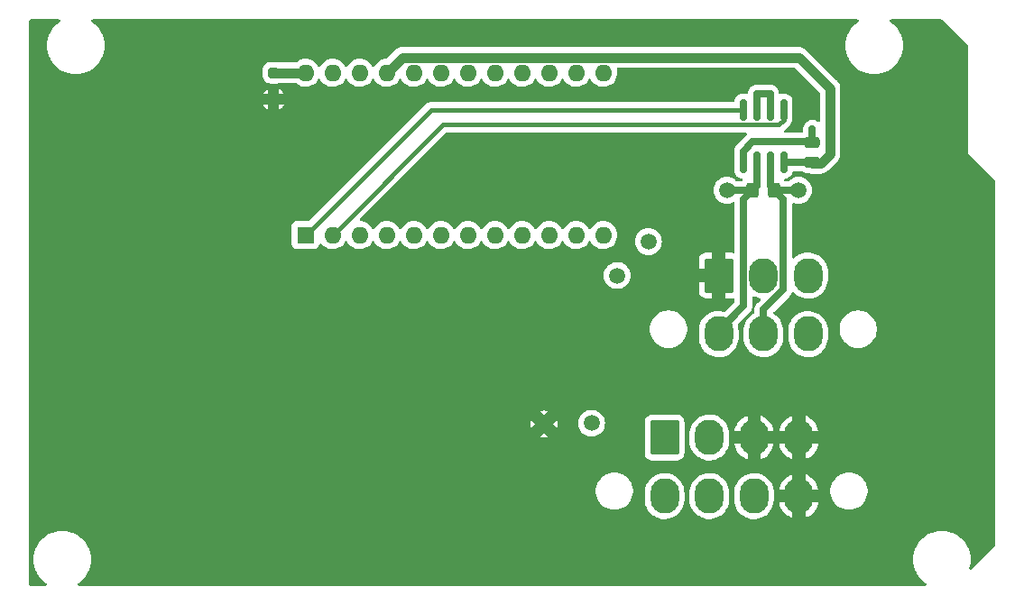
<source format=gbr>
%TF.GenerationSoftware,KiCad,Pcbnew,7.0.1*%
%TF.CreationDate,2023-11-05T12:29:06-07:00*%
%TF.ProjectId,ABSIS_HID Bus Master,41425349-535f-4484-9944-20427573204d,3*%
%TF.SameCoordinates,Original*%
%TF.FileFunction,Copper,L1,Top*%
%TF.FilePolarity,Positive*%
%FSLAX46Y46*%
G04 Gerber Fmt 4.6, Leading zero omitted, Abs format (unit mm)*
G04 Created by KiCad (PCBNEW 7.0.1) date 2023-11-05 12:29:06*
%MOMM*%
%LPD*%
G01*
G04 APERTURE LIST*
G04 Aperture macros list*
%AMRoundRect*
0 Rectangle with rounded corners*
0 $1 Rounding radius*
0 $2 $3 $4 $5 $6 $7 $8 $9 X,Y pos of 4 corners*
0 Add a 4 corners polygon primitive as box body*
4,1,4,$2,$3,$4,$5,$6,$7,$8,$9,$2,$3,0*
0 Add four circle primitives for the rounded corners*
1,1,$1+$1,$2,$3*
1,1,$1+$1,$4,$5*
1,1,$1+$1,$6,$7*
1,1,$1+$1,$8,$9*
0 Add four rect primitives between the rounded corners*
20,1,$1+$1,$2,$3,$4,$5,0*
20,1,$1+$1,$4,$5,$6,$7,0*
20,1,$1+$1,$6,$7,$8,$9,0*
20,1,$1+$1,$8,$9,$2,$3,0*%
G04 Aperture macros list end*
%TA.AperFunction,ComponentPad*%
%ADD10C,1.500000*%
%TD*%
%TA.AperFunction,SMDPad,CuDef*%
%ADD11RoundRect,0.150000X-0.150000X0.825000X-0.150000X-0.825000X0.150000X-0.825000X0.150000X0.825000X0*%
%TD*%
%TA.AperFunction,SMDPad,CuDef*%
%ADD12RoundRect,0.249999X-0.325001X-0.450001X0.325001X-0.450001X0.325001X0.450001X-0.325001X0.450001X0*%
%TD*%
%TA.AperFunction,SMDPad,CuDef*%
%ADD13RoundRect,0.250000X0.475000X-0.250000X0.475000X0.250000X-0.475000X0.250000X-0.475000X-0.250000X0*%
%TD*%
%TA.AperFunction,ComponentPad*%
%ADD14RoundRect,0.250001X-1.099999X-1.399999X1.099999X-1.399999X1.099999X1.399999X-1.099999X1.399999X0*%
%TD*%
%TA.AperFunction,ComponentPad*%
%ADD15O,2.700000X3.300000*%
%TD*%
%TA.AperFunction,ComponentPad*%
%ADD16R,1.600000X1.600000*%
%TD*%
%TA.AperFunction,ComponentPad*%
%ADD17O,1.600000X1.600000*%
%TD*%
%TA.AperFunction,SMDPad,CuDef*%
%ADD18RoundRect,0.250000X-0.250000X0.250000X-0.250000X-0.250000X0.250000X-0.250000X0.250000X0.250000X0*%
%TD*%
%TA.AperFunction,ViaPad*%
%ADD19C,0.600000*%
%TD*%
%TA.AperFunction,Conductor*%
%ADD20C,0.635000*%
%TD*%
%TA.AperFunction,Conductor*%
%ADD21C,0.914400*%
%TD*%
%TA.AperFunction,Conductor*%
%ADD22C,0.457200*%
%TD*%
G04 APERTURE END LIST*
D10*
%TO.P,TP6,1,1*%
%TO.N,/BUS1-A*%
X65532000Y37211000D03*
%TD*%
D11*
%TO.P,U1,1,RO*%
%TO.N,/RX1_D0*%
X70866000Y44766000D03*
%TO.P,U1,2,~{RE}*%
%TO.N,/~{D5}*%
X69596000Y44766000D03*
%TO.P,U1,3,DE*%
X68326000Y44766000D03*
%TO.P,U1,4,DI*%
%TO.N,/TX0_D1*%
X67056000Y44766000D03*
%TO.P,U1,5,GND*%
%TO.N,GND*%
X67056000Y39816000D03*
%TO.P,U1,6,A*%
%TO.N,/BUS1-A*%
X68326000Y39816000D03*
%TO.P,U1,7,B*%
%TO.N,/BUS1-B*%
X69596000Y39816000D03*
%TO.P,U1,8,VCC*%
%TO.N,+5V*%
X70866000Y39816000D03*
%TD*%
D12*
%TO.P,R1,1*%
%TO.N,/BUS1-A*%
X67936000Y37211000D03*
%TO.P,R1,2*%
%TO.N,/BUS1-B*%
X69986000Y37211000D03*
%TD*%
D10*
%TO.P,TP5,1,1*%
%TO.N,/BUS1-B*%
X72263000Y37211000D03*
%TD*%
D13*
%TO.P,C1,1*%
%TO.N,+5V*%
X73533000Y39817000D03*
%TO.P,C1,2*%
%TO.N,GND*%
X73533000Y41717000D03*
%TD*%
D14*
%TO.P,J1,1,Pin_1*%
%TO.N,GND*%
X59690000Y14000000D03*
D15*
%TO.P,J1,2,Pin_2*%
X63890000Y14000000D03*
%TO.P,J1,3,Pin_3*%
%TO.N,/+12V_SUPPLY*%
X68090000Y14000000D03*
%TO.P,J1,4,Pin_4*%
X72290000Y14000000D03*
%TO.P,J1,5,Pin_5*%
%TO.N,/+3.3V_SUPPLY*%
X59690000Y8500000D03*
%TO.P,J1,6,Pin_6*%
%TO.N,/+5V_SUPPLY*%
X63890000Y8500000D03*
%TO.P,J1,7,Pin_7*%
X68090000Y8500000D03*
%TO.P,J1,8,Pin_8*%
%TO.N,/+12V_SUPPLY*%
X72290000Y8500000D03*
%TD*%
D14*
%TO.P,J2,1,Pin_1*%
%TO.N,/+12V_SUPPLY*%
X64770000Y29210000D03*
D15*
%TO.P,J2,2,Pin_2*%
%TO.N,/+5V_SUPPLY*%
X68970000Y29210000D03*
%TO.P,J2,3,Pin_3*%
%TO.N,/+3.3V_SUPPLY*%
X73170000Y29210000D03*
%TO.P,J2,4,Pin_4*%
%TO.N,/BUS1-A*%
X64770000Y23710000D03*
%TO.P,J2,5,Pin_5*%
%TO.N,/BUS1-B*%
X68970000Y23710000D03*
%TO.P,J2,6,Pin_6*%
%TO.N,GND*%
X73170000Y23710000D03*
%TD*%
D10*
%TO.P,TP1,1,1*%
%TO.N,/+12V_SUPPLY*%
X48370000Y15260000D03*
%TD*%
D16*
%TO.P,U0,1,TX0/D1*%
%TO.N,/TX0_D1*%
X26000000Y33000000D03*
D17*
%TO.P,U0,2,RX1/D0*%
%TO.N,/RX1_D0*%
X28540000Y33000000D03*
%TO.P,U0,3,GND*%
%TO.N,GND*%
X31080000Y33000000D03*
%TO.P,U0,4,GND*%
X33620000Y33000000D03*
%TO.P,U0,5,SDA/D2*%
%TO.N,unconnected-(U0-SDA{slash}D2-Pad5)*%
X36160000Y33000000D03*
%TO.P,U0,6,~{SCL/D3}*%
%TO.N,unconnected-(U0-~{SCL{slash}D3}-Pad6)*%
X38700000Y33000000D03*
%TO.P,U0,7,D4/A6*%
%TO.N,unconnected-(U0-D4{slash}A6-Pad7)*%
X41240000Y33000000D03*
%TO.P,U0,8,~{D5}*%
%TO.N,/~{D5}*%
X43780000Y33000000D03*
%TO.P,U0,9,~{D6/A7}*%
%TO.N,unconnected-(U0-~{D6{slash}A7}-Pad9)*%
X46320000Y33000000D03*
%TO.P,U0,10,D7*%
%TO.N,unconnected-(U0-D7-Pad10)*%
X48860000Y33000000D03*
%TO.P,U0,11,D8/A8*%
%TO.N,unconnected-(U0-D8{slash}A8-Pad11)*%
X51400000Y33000000D03*
%TO.P,U0,12,~{D9/A9}*%
%TO.N,unconnected-(U0-~{D9{slash}A9}-Pad12)*%
X53940000Y33000000D03*
%TO.P,U0,13,~{D10/A10}*%
%TO.N,unconnected-(U0-~{D10{slash}A10}-Pad13)*%
X53940000Y48240000D03*
%TO.P,U0,14,D16/MOSI*%
%TO.N,unconnected-(U0-D16{slash}MOSI-Pad14)*%
X51400000Y48240000D03*
%TO.P,U0,15,D14/MISO*%
%TO.N,unconnected-(U0-D14{slash}MISO-Pad15)*%
X48860000Y48240000D03*
%TO.P,U0,16,D15/SCK*%
%TO.N,unconnected-(U0-D15{slash}SCK-Pad16)*%
X46320000Y48240000D03*
%TO.P,U0,17,A0*%
%TO.N,unconnected-(U0-A0-Pad17)*%
X43780000Y48240000D03*
%TO.P,U0,18,A1*%
%TO.N,unconnected-(U0-A1-Pad18)*%
X41240000Y48240000D03*
%TO.P,U0,19,A2*%
%TO.N,unconnected-(U0-A2-Pad19)*%
X38700000Y48240000D03*
%TO.P,U0,20,A3*%
%TO.N,unconnected-(U0-A3-Pad20)*%
X36160000Y48240000D03*
%TO.P,U0,21,VCC*%
%TO.N,+5V*%
X33620000Y48240000D03*
%TO.P,U0,22,RST*%
%TO.N,/RST*%
X31080000Y48240000D03*
%TO.P,U0,23,GND*%
%TO.N,GND*%
X28540000Y48240000D03*
%TO.P,U0,24,RAW*%
%TO.N,Net-(D1-K)*%
X26000000Y48240000D03*
%TD*%
D10*
%TO.P,TP4,1,1*%
%TO.N,GND*%
X52840000Y15330000D03*
%TD*%
%TO.P,TP2,1,1*%
%TO.N,/+5V_SUPPLY*%
X58170000Y32400000D03*
%TD*%
D18*
%TO.P,D1,1,K*%
%TO.N,Net-(D1-K)*%
X23000000Y48250000D03*
%TO.P,D1,2,A*%
%TO.N,/+12V_SUPPLY*%
X23000000Y45750000D03*
%TD*%
D10*
%TO.P,TP3,1,1*%
%TO.N,/+3.3V_SUPPLY*%
X55245000Y29210000D03*
%TD*%
D19*
%TO.N,GND*%
X73533000Y42989500D03*
%TO.N,/~{D5}*%
X68326000Y46291500D03*
%TD*%
D20*
%TO.N,GND*%
X67957000Y41792000D02*
X67056000Y40891000D01*
X73533000Y41792000D02*
X67957000Y41792000D01*
X67056000Y40891000D02*
X67056000Y39816000D01*
X73533000Y41792000D02*
X73533000Y42989500D01*
D21*
%TO.N,+5V*%
X73533000Y39742000D02*
X74333000Y39742000D01*
X74333000Y39742000D02*
X75220000Y40629000D01*
X75220000Y46780000D02*
X72302799Y49697201D01*
X75220000Y40629000D02*
X75220000Y46780000D01*
X72302799Y49697201D02*
X35077201Y49697201D01*
X35077201Y49697201D02*
X33620000Y48240000D01*
D20*
X70866000Y39816000D02*
X73459000Y39816000D01*
%TO.N,/BUS1-A*%
X68326000Y39816000D02*
X68326000Y37601000D01*
X68326000Y37601000D02*
X67936000Y37211000D01*
X67102490Y26342490D02*
X64770000Y24010000D01*
X67102490Y36377490D02*
X67102490Y26342490D01*
X67936000Y37211000D02*
X65532000Y37211000D01*
X67936000Y37211000D02*
X67102490Y36377490D01*
%TO.N,/BUS1-B*%
X68970000Y25995000D02*
X68970000Y23710000D01*
X69986000Y37211000D02*
X70837510Y36359490D01*
X70837510Y36359490D02*
X70837510Y27862510D01*
X70837510Y27862510D02*
X68970000Y25995000D01*
X72263000Y37211000D02*
X69986000Y37211000D01*
X69596000Y37601000D02*
X69986000Y37211000D01*
X69596000Y39816000D02*
X69596000Y37601000D01*
%TO.N,/~{D5}*%
X68326000Y46291500D02*
X68326000Y44766000D01*
X69596000Y46291500D02*
X68326000Y46291500D01*
X69596000Y44766000D02*
X69596000Y46291500D01*
D22*
%TO.N,/RX1_D0*%
X38902390Y43362390D02*
X70437390Y43362390D01*
X70437390Y43362390D02*
X70866000Y43791000D01*
X28540000Y33000000D02*
X38902390Y43362390D01*
X70866000Y43791000D02*
X70866000Y44766000D01*
%TO.N,/TX0_D1*%
X37766000Y44766000D02*
X26000000Y33000000D01*
X67056000Y44766000D02*
X37766000Y44766000D01*
D21*
%TO.N,Net-(D1-K)*%
X23000000Y48250000D02*
X25990000Y48250000D01*
X25990000Y48250000D02*
X26000000Y48240000D01*
%TD*%
%TA.AperFunction,Conductor*%
%TO.N,/+12V_SUPPLY*%
G36*
X2931691Y53247872D02*
G01*
X2977739Y53202377D01*
X2995122Y53140022D01*
X2979251Y53077266D01*
X2934315Y53030671D01*
X2913827Y53018287D01*
X2657602Y52817546D01*
X2427454Y52587398D01*
X2226713Y52331173D01*
X2058324Y52052620D01*
X1924741Y51755812D01*
X1827905Y51445055D01*
X1769234Y51124897D01*
X1749582Y50800000D01*
X1769234Y50475104D01*
X1827905Y50154946D01*
X1924741Y49844189D01*
X2054525Y49555822D01*
X2058326Y49547377D01*
X2102512Y49474284D01*
X2226713Y49268828D01*
X2427454Y49012603D01*
X2657602Y48782455D01*
X2913827Y48581714D01*
X3032572Y48509931D01*
X3192377Y48413326D01*
X3489192Y48279740D01*
X3799944Y48182906D01*
X4120102Y48124236D01*
X4120103Y48124235D01*
X4363696Y48109500D01*
X4363697Y48109500D01*
X4526303Y48109500D01*
X4526304Y48109500D01*
X4648099Y48116868D01*
X4769897Y48124235D01*
X5090056Y48182906D01*
X5400808Y48279740D01*
X5697623Y48413326D01*
X5976172Y48581714D01*
X6232393Y48782451D01*
X6462549Y49012607D01*
X6663286Y49268828D01*
X6831674Y49547377D01*
X6965260Y49844192D01*
X7062094Y50154944D01*
X7120765Y50475103D01*
X7140418Y50800000D01*
X7120765Y51124897D01*
X7062094Y51445056D01*
X6965260Y51755808D01*
X6831674Y52052623D01*
X6735069Y52212428D01*
X6663286Y52331173D01*
X6462545Y52587398D01*
X6232397Y52817546D01*
X5976172Y53018287D01*
X5955685Y53030671D01*
X5910749Y53077266D01*
X5894878Y53140022D01*
X5912261Y53202377D01*
X5958309Y53247872D01*
X6020869Y53264500D01*
X77799131Y53264500D01*
X77861691Y53247872D01*
X77907739Y53202377D01*
X77925122Y53140022D01*
X77909251Y53077266D01*
X77864315Y53030671D01*
X77843827Y53018287D01*
X77587602Y52817546D01*
X77357454Y52587398D01*
X77156713Y52331173D01*
X76988324Y52052620D01*
X76854741Y51755812D01*
X76757905Y51445055D01*
X76699234Y51124897D01*
X76679582Y50800000D01*
X76699234Y50475104D01*
X76757905Y50154946D01*
X76854741Y49844189D01*
X76984525Y49555822D01*
X76988326Y49547377D01*
X77032512Y49474284D01*
X77156713Y49268828D01*
X77357454Y49012603D01*
X77587602Y48782455D01*
X77843827Y48581714D01*
X77962572Y48509931D01*
X78122377Y48413326D01*
X78419192Y48279740D01*
X78729944Y48182906D01*
X79050102Y48124236D01*
X79050103Y48124235D01*
X79293696Y48109500D01*
X79293697Y48109500D01*
X79456303Y48109500D01*
X79456304Y48109500D01*
X79578099Y48116868D01*
X79699897Y48124235D01*
X80020056Y48182906D01*
X80330808Y48279740D01*
X80627623Y48413326D01*
X80906172Y48581714D01*
X81162393Y48782451D01*
X81392549Y49012607D01*
X81593286Y49268828D01*
X81761674Y49547377D01*
X81895260Y49844192D01*
X81992094Y50154944D01*
X82050765Y50475103D01*
X82070418Y50800000D01*
X82050765Y51124897D01*
X81992094Y51445056D01*
X81895260Y51755808D01*
X81761674Y52052623D01*
X81665069Y52212428D01*
X81593286Y52331173D01*
X81392545Y52587398D01*
X81162397Y52817546D01*
X80906172Y53018287D01*
X80885685Y53030671D01*
X80840749Y53077266D01*
X80824878Y53140022D01*
X80842261Y53202377D01*
X80888309Y53247872D01*
X80950869Y53264500D01*
X85641537Y53264500D01*
X85689755Y53254909D01*
X85730632Y53227595D01*
X88152595Y50805632D01*
X88179909Y50764755D01*
X88189500Y50716537D01*
X88189500Y40685247D01*
X88186948Y40665874D01*
X88189021Y40642184D01*
X88189500Y40631204D01*
X88189500Y40618725D01*
X88192098Y40607005D01*
X88192162Y40606270D01*
X88192182Y40606043D01*
X88196652Y40596459D01*
X88203451Y40588356D01*
X88203452Y40588355D01*
X88204243Y40587898D01*
X88204273Y40587881D01*
X88230372Y40567855D01*
X90692595Y38105632D01*
X90719909Y38064755D01*
X90729500Y38016537D01*
X90729500Y3893464D01*
X90719909Y3845246D01*
X90692595Y3804369D01*
X88503905Y1615681D01*
X88446440Y1582811D01*
X88380242Y1583611D01*
X88323587Y1617860D01*
X88292116Y1676103D01*
X88294514Y1742257D01*
X88342094Y1894944D01*
X88400765Y2215103D01*
X88420418Y2540000D01*
X88400765Y2864897D01*
X88342094Y3185056D01*
X88245260Y3495808D01*
X88111674Y3792623D01*
X88015069Y3952428D01*
X87943286Y4071173D01*
X87742545Y4327398D01*
X87512397Y4557546D01*
X87256172Y4758287D01*
X87059741Y4877032D01*
X86977623Y4926674D01*
X86977619Y4926676D01*
X86680811Y5060259D01*
X86370054Y5157095D01*
X86049896Y5215766D01*
X85806304Y5230500D01*
X85806303Y5230500D01*
X85643697Y5230500D01*
X85643696Y5230500D01*
X85400103Y5215766D01*
X85079945Y5157095D01*
X84769188Y5060259D01*
X84472380Y4926676D01*
X84193827Y4758287D01*
X83937602Y4557546D01*
X83707454Y4327398D01*
X83506713Y4071173D01*
X83338324Y3792620D01*
X83204741Y3495812D01*
X83107905Y3185055D01*
X83049234Y2864897D01*
X83029582Y2540000D01*
X83049234Y2215104D01*
X83107905Y1894946D01*
X83204741Y1584189D01*
X83327732Y1310915D01*
X83338326Y1287377D01*
X83367736Y1238727D01*
X83506713Y1008828D01*
X83707454Y752603D01*
X83937602Y522455D01*
X84193827Y321714D01*
X84214315Y309329D01*
X84259251Y262734D01*
X84275122Y199978D01*
X84257739Y137623D01*
X84211691Y92128D01*
X84149131Y75500D01*
X4750869Y75500D01*
X4688309Y92128D01*
X4642261Y137623D01*
X4624878Y199978D01*
X4640749Y262734D01*
X4685685Y309329D01*
X4706172Y321714D01*
X4706171Y321714D01*
X4962393Y522451D01*
X5192549Y752607D01*
X5393286Y1008828D01*
X5561674Y1287377D01*
X5695260Y1584192D01*
X5792094Y1894944D01*
X5850765Y2215103D01*
X5870418Y2540000D01*
X5850765Y2864897D01*
X5792094Y3185056D01*
X5695260Y3495808D01*
X5561674Y3792623D01*
X5465069Y3952428D01*
X5393286Y4071173D01*
X5192545Y4327398D01*
X4962397Y4557546D01*
X4706172Y4758287D01*
X4509741Y4877032D01*
X4427623Y4926674D01*
X4427619Y4926676D01*
X4130811Y5060259D01*
X3820054Y5157095D01*
X3499896Y5215766D01*
X3256304Y5230500D01*
X3256303Y5230500D01*
X3093697Y5230500D01*
X3093696Y5230500D01*
X2850103Y5215766D01*
X2529945Y5157095D01*
X2219188Y5060259D01*
X1922380Y4926676D01*
X1643827Y4758287D01*
X1387602Y4557546D01*
X1157454Y4327398D01*
X956713Y4071173D01*
X788324Y3792620D01*
X654741Y3495812D01*
X557905Y3185055D01*
X499234Y2864897D01*
X479582Y2540001D01*
X499234Y2215104D01*
X557905Y1894946D01*
X654741Y1584189D01*
X777732Y1310915D01*
X788326Y1287377D01*
X817736Y1238727D01*
X956713Y1008828D01*
X1157454Y752603D01*
X1387602Y522455D01*
X1643827Y321714D01*
X1664315Y309329D01*
X1709251Y262734D01*
X1725122Y199978D01*
X1707739Y137623D01*
X1661691Y92128D01*
X1599131Y75500D01*
X201500Y75500D01*
X138500Y92381D01*
X92381Y138500D01*
X75500Y201500D01*
X75500Y8828818D01*
X53239500Y8828818D01*
X53278604Y8569385D01*
X53278605Y8569382D01*
X53355936Y8318677D01*
X53469772Y8082296D01*
X53617563Y7865526D01*
X53617565Y7865524D01*
X53617567Y7865521D01*
X53796019Y7673195D01*
X54001143Y7509614D01*
X54228357Y7378432D01*
X54472584Y7282580D01*
X54728370Y7224198D01*
X54924506Y7209500D01*
X55055489Y7209500D01*
X55055494Y7209500D01*
X55251630Y7224198D01*
X55507416Y7282580D01*
X55751643Y7378432D01*
X55978857Y7509614D01*
X56183981Y7673195D01*
X56362433Y7865521D01*
X56510228Y8082296D01*
X56534203Y8132081D01*
X57831500Y8132081D01*
X57846387Y7928673D01*
X57905538Y7663138D01*
X58002722Y7409037D01*
X58135869Y7171795D01*
X58301877Y6956810D01*
X58302139Y6956471D01*
X58497988Y6767648D01*
X58497991Y6767646D01*
X58497994Y6767643D01*
X58719241Y6609354D01*
X58961187Y6484962D01*
X59092383Y6440204D01*
X59218666Y6397122D01*
X59486190Y6347708D01*
X59758058Y6337772D01*
X60028475Y6367527D01*
X60291678Y6436337D01*
X60542058Y6542737D01*
X60542788Y6543182D01*
X60651912Y6609780D01*
X60774277Y6684458D01*
X60983387Y6858481D01*
X61164931Y7061096D01*
X61315039Y7287984D01*
X61430512Y7534311D01*
X61508889Y7794825D01*
X61508906Y7794940D01*
X61548500Y8063973D01*
X61548500Y8132081D01*
X62031500Y8132081D01*
X62046387Y7928673D01*
X62105538Y7663138D01*
X62202722Y7409037D01*
X62335869Y7171795D01*
X62501877Y6956810D01*
X62502139Y6956471D01*
X62697988Y6767648D01*
X62697991Y6767646D01*
X62697994Y6767643D01*
X62919241Y6609354D01*
X63161187Y6484962D01*
X63292383Y6440204D01*
X63418666Y6397122D01*
X63686190Y6347708D01*
X63958058Y6337772D01*
X64228475Y6367527D01*
X64491678Y6436337D01*
X64742058Y6542737D01*
X64742788Y6543182D01*
X64851912Y6609780D01*
X64974277Y6684458D01*
X65183387Y6858481D01*
X65364931Y7061096D01*
X65515039Y7287984D01*
X65630512Y7534311D01*
X65708889Y7794825D01*
X65708906Y7794940D01*
X65748500Y8063973D01*
X65748500Y8132081D01*
X66231500Y8132081D01*
X66246387Y7928673D01*
X66305538Y7663138D01*
X66402722Y7409037D01*
X66535869Y7171795D01*
X66701877Y6956810D01*
X66702139Y6956471D01*
X66897988Y6767648D01*
X66897991Y6767646D01*
X66897994Y6767643D01*
X67119241Y6609354D01*
X67361187Y6484962D01*
X67492383Y6440204D01*
X67618666Y6397122D01*
X67886190Y6347708D01*
X68158058Y6337772D01*
X68428475Y6367527D01*
X68691678Y6436337D01*
X68942058Y6542737D01*
X68942788Y6543182D01*
X69051912Y6609780D01*
X69174277Y6684458D01*
X69383387Y6858481D01*
X69564931Y7061096D01*
X69715039Y7287984D01*
X69830512Y7534311D01*
X69908889Y7794825D01*
X69908906Y7794940D01*
X69922970Y7890500D01*
X70455403Y7890500D01*
X70506018Y7663282D01*
X70603176Y7409250D01*
X70736287Y7172071D01*
X70902508Y6956810D01*
X71098310Y6768032D01*
X71319507Y6609780D01*
X71561384Y6485423D01*
X71680499Y6444786D01*
X71680500Y6444787D01*
X71680500Y7890500D01*
X72899500Y7890500D01*
X72899500Y6440204D01*
X73141827Y6543182D01*
X73373989Y6684869D01*
X73583039Y6858842D01*
X73764530Y7061399D01*
X73914602Y7288230D01*
X74030043Y7534490D01*
X74108401Y7794940D01*
X74122465Y7890500D01*
X72899500Y7890500D01*
X71680500Y7890500D01*
X70455403Y7890500D01*
X69922970Y7890500D01*
X69948500Y8063973D01*
X69948500Y8828818D01*
X75239500Y8828818D01*
X75278604Y8569385D01*
X75278605Y8569382D01*
X75355936Y8318677D01*
X75469772Y8082296D01*
X75617563Y7865526D01*
X75617565Y7865524D01*
X75617567Y7865521D01*
X75796019Y7673195D01*
X76001143Y7509614D01*
X76228357Y7378432D01*
X76472584Y7282580D01*
X76728370Y7224198D01*
X76924506Y7209500D01*
X77055489Y7209500D01*
X77055494Y7209500D01*
X77251630Y7224198D01*
X77507416Y7282580D01*
X77751643Y7378432D01*
X77978857Y7509614D01*
X78183981Y7673195D01*
X78362433Y7865521D01*
X78510228Y8082296D01*
X78624063Y8318677D01*
X78701396Y8569385D01*
X78740500Y8828818D01*
X78740500Y9091182D01*
X78701396Y9350615D01*
X78627259Y9590963D01*
X78624063Y9601324D01*
X78569242Y9715159D01*
X78510228Y9837704D01*
X78370129Y10043191D01*
X78362436Y10054475D01*
X78362434Y10054477D01*
X78362433Y10054479D01*
X78183981Y10246805D01*
X77978857Y10410386D01*
X77751643Y10541568D01*
X77695346Y10563663D01*
X77507417Y10637420D01*
X77251631Y10695802D01*
X77218940Y10698252D01*
X77055494Y10710500D01*
X76924506Y10710500D01*
X76784408Y10700002D01*
X76728368Y10695802D01*
X76472582Y10637420D01*
X76228356Y10541568D01*
X76082336Y10457263D01*
X76001143Y10410386D01*
X75796019Y10246805D01*
X75698328Y10141519D01*
X75617563Y10054475D01*
X75469772Y9837705D01*
X75355936Y9601324D01*
X75278605Y9350619D01*
X75278604Y9350615D01*
X75239500Y9091182D01*
X75239500Y8828818D01*
X69948500Y8828818D01*
X69948500Y8867919D01*
X69943515Y8936027D01*
X69933613Y9071324D01*
X69925109Y9109500D01*
X70457535Y9109500D01*
X71680500Y9109500D01*
X71680500Y10555215D01*
X72899500Y10555215D01*
X72899500Y9109500D01*
X74124597Y9109500D01*
X74124597Y9109501D01*
X74073981Y9336719D01*
X73976823Y9590751D01*
X73843712Y9827930D01*
X73677491Y10043191D01*
X73481689Y10231969D01*
X73260492Y10390221D01*
X73018615Y10514578D01*
X72899500Y10555215D01*
X71680500Y10555215D01*
X71680500Y10559797D01*
X71680499Y10559797D01*
X71438172Y10456819D01*
X71206010Y10315132D01*
X70996960Y10141159D01*
X70815469Y9938602D01*
X70665397Y9711771D01*
X70549956Y9465511D01*
X70471598Y9205061D01*
X70457535Y9109500D01*
X69925109Y9109500D01*
X69874461Y9336864D01*
X69777277Y9590963D01*
X69777277Y9590964D01*
X69644130Y9828206D01*
X69477864Y10043525D01*
X69477861Y10043529D01*
X69282012Y10232352D01*
X69282008Y10232355D01*
X69282005Y10232358D01*
X69060758Y10390647D01*
X68818812Y10515039D01*
X68561335Y10602878D01*
X68293811Y10652292D01*
X68021941Y10662229D01*
X67751524Y10632473D01*
X67488324Y10563664D01*
X67237939Y10457263D01*
X67005721Y10315542D01*
X66796612Y10141519D01*
X66615072Y9938908D01*
X66615070Y9938906D01*
X66615069Y9938904D01*
X66575856Y9879635D01*
X66464960Y9712016D01*
X66349488Y9465690D01*
X66271109Y9205171D01*
X66231500Y8936027D01*
X66231500Y8132081D01*
X65748500Y8132081D01*
X65748500Y8867919D01*
X65743515Y8936027D01*
X65733613Y9071324D01*
X65674461Y9336864D01*
X65577277Y9590963D01*
X65577277Y9590964D01*
X65444130Y9828206D01*
X65277864Y10043525D01*
X65277861Y10043529D01*
X65082012Y10232352D01*
X65082008Y10232355D01*
X65082005Y10232358D01*
X64860758Y10390647D01*
X64618812Y10515039D01*
X64361335Y10602878D01*
X64093811Y10652292D01*
X63821941Y10662229D01*
X63551524Y10632473D01*
X63288324Y10563664D01*
X63037939Y10457263D01*
X62805721Y10315542D01*
X62596612Y10141519D01*
X62415072Y9938908D01*
X62415070Y9938906D01*
X62415069Y9938904D01*
X62375856Y9879635D01*
X62264960Y9712016D01*
X62149488Y9465690D01*
X62071109Y9205171D01*
X62031500Y8936027D01*
X62031500Y8132081D01*
X61548500Y8132081D01*
X61548500Y8867919D01*
X61543515Y8936027D01*
X61533613Y9071324D01*
X61474461Y9336864D01*
X61377277Y9590963D01*
X61377277Y9590964D01*
X61244130Y9828206D01*
X61077864Y10043525D01*
X61077861Y10043529D01*
X60882012Y10232352D01*
X60882008Y10232355D01*
X60882005Y10232358D01*
X60660758Y10390647D01*
X60418812Y10515039D01*
X60161335Y10602878D01*
X59893811Y10652292D01*
X59621941Y10662229D01*
X59351524Y10632473D01*
X59088324Y10563664D01*
X58837939Y10457263D01*
X58605721Y10315542D01*
X58396612Y10141519D01*
X58215072Y9938908D01*
X58215070Y9938906D01*
X58215069Y9938904D01*
X58175856Y9879635D01*
X58064960Y9712016D01*
X57949488Y9465690D01*
X57871109Y9205171D01*
X57831500Y8936027D01*
X57831500Y8132081D01*
X56534203Y8132081D01*
X56624063Y8318677D01*
X56701396Y8569385D01*
X56740500Y8828818D01*
X56740500Y9091182D01*
X56701396Y9350615D01*
X56627259Y9590963D01*
X56624063Y9601324D01*
X56569242Y9715159D01*
X56510228Y9837704D01*
X56370129Y10043191D01*
X56362436Y10054475D01*
X56362434Y10054477D01*
X56362433Y10054479D01*
X56183981Y10246805D01*
X55978857Y10410386D01*
X55751643Y10541568D01*
X55695346Y10563663D01*
X55507417Y10637420D01*
X55251631Y10695802D01*
X55218940Y10698252D01*
X55055494Y10710500D01*
X54924506Y10710500D01*
X54784408Y10700002D01*
X54728368Y10695802D01*
X54472582Y10637420D01*
X54228356Y10541568D01*
X54082336Y10457263D01*
X54001143Y10410386D01*
X53796019Y10246805D01*
X53698328Y10141519D01*
X53617563Y10054475D01*
X53469772Y9837705D01*
X53355936Y9601324D01*
X53278605Y9350619D01*
X53278604Y9350615D01*
X53239500Y9091182D01*
X53239500Y8828818D01*
X75500Y8828818D01*
X75500Y12549456D01*
X57831500Y12549456D01*
X57842113Y12445575D01*
X57897885Y12277262D01*
X57954874Y12184869D01*
X57990972Y12126346D01*
X58116345Y12000973D01*
X58116347Y12000972D01*
X58116349Y12000970D01*
X58267262Y11907885D01*
X58435575Y11852113D01*
X58539456Y11841500D01*
X60840540Y11841500D01*
X60840544Y11841500D01*
X60944425Y11852113D01*
X61112738Y11907885D01*
X61263651Y12000970D01*
X61389030Y12126349D01*
X61482115Y12277262D01*
X61537887Y12445575D01*
X61548500Y12549456D01*
X61548500Y13632081D01*
X62031500Y13632081D01*
X62046387Y13428673D01*
X62105538Y13163138D01*
X62202722Y12909037D01*
X62335869Y12671795D01*
X62501877Y12456810D01*
X62502139Y12456471D01*
X62697988Y12267648D01*
X62697991Y12267646D01*
X62697994Y12267643D01*
X62919241Y12109354D01*
X63161187Y11984962D01*
X63292383Y11940204D01*
X63418666Y11897122D01*
X63686190Y11847708D01*
X63958058Y11837772D01*
X64228475Y11867527D01*
X64491678Y11936337D01*
X64742058Y12042737D01*
X64742788Y12043182D01*
X64879057Y12126346D01*
X64974277Y12184458D01*
X65183387Y12358481D01*
X65364931Y12561096D01*
X65515039Y12787984D01*
X65630512Y13034311D01*
X65708889Y13294825D01*
X65722970Y13390500D01*
X66255403Y13390500D01*
X66306018Y13163282D01*
X66403176Y12909250D01*
X66536287Y12672071D01*
X66702508Y12456810D01*
X66898310Y12268032D01*
X67119507Y12109780D01*
X67361384Y11985423D01*
X67480499Y11944786D01*
X67480500Y11944786D01*
X67480500Y13390500D01*
X68699500Y13390500D01*
X68699500Y11940204D01*
X68941827Y12043182D01*
X69173989Y12184869D01*
X69383039Y12358842D01*
X69564530Y12561399D01*
X69714602Y12788230D01*
X69830043Y13034490D01*
X69908401Y13294940D01*
X69922465Y13390500D01*
X70455403Y13390500D01*
X70506018Y13163282D01*
X70603176Y12909250D01*
X70736287Y12672071D01*
X70902508Y12456810D01*
X71098310Y12268032D01*
X71319507Y12109780D01*
X71561384Y11985423D01*
X71680499Y11944786D01*
X71680500Y11944787D01*
X71680500Y13390500D01*
X72899500Y13390500D01*
X72899500Y11940204D01*
X73141827Y12043182D01*
X73373989Y12184869D01*
X73583039Y12358842D01*
X73764530Y12561399D01*
X73914602Y12788230D01*
X74030043Y13034490D01*
X74108401Y13294940D01*
X74122465Y13390500D01*
X72899500Y13390500D01*
X71680500Y13390500D01*
X70455403Y13390500D01*
X69922465Y13390500D01*
X68699500Y13390500D01*
X67480500Y13390500D01*
X66255403Y13390500D01*
X65722970Y13390500D01*
X65748500Y13563975D01*
X65748500Y14367920D01*
X65733613Y14571324D01*
X65725109Y14609500D01*
X66257535Y14609500D01*
X67480500Y14609500D01*
X67480500Y16055215D01*
X68699500Y16055215D01*
X68699500Y14609500D01*
X69924597Y14609500D01*
X70457535Y14609500D01*
X71680500Y14609500D01*
X71680500Y16055215D01*
X72899500Y16055215D01*
X72899500Y14609500D01*
X74124597Y14609500D01*
X74124597Y14609501D01*
X74073981Y14836719D01*
X73976823Y15090751D01*
X73843712Y15327930D01*
X73677491Y15543191D01*
X73481689Y15731969D01*
X73260492Y15890221D01*
X73018615Y16014578D01*
X72899500Y16055215D01*
X71680500Y16055215D01*
X71680500Y16059797D01*
X71680499Y16059797D01*
X71438172Y15956819D01*
X71206010Y15815132D01*
X70996960Y15641159D01*
X70815469Y15438602D01*
X70665397Y15211771D01*
X70549956Y14965511D01*
X70471598Y14705061D01*
X70457535Y14609500D01*
X69924597Y14609500D01*
X69924597Y14609501D01*
X69873981Y14836719D01*
X69776823Y15090751D01*
X69643712Y15327930D01*
X69477491Y15543191D01*
X69281689Y15731969D01*
X69060492Y15890221D01*
X68818615Y16014578D01*
X68699500Y16055215D01*
X67480500Y16055215D01*
X67480500Y16059797D01*
X67480499Y16059797D01*
X67238172Y15956819D01*
X67006010Y15815132D01*
X66796960Y15641159D01*
X66615469Y15438602D01*
X66465397Y15211771D01*
X66349956Y14965511D01*
X66271598Y14705061D01*
X66257535Y14609500D01*
X65725109Y14609500D01*
X65674461Y14836864D01*
X65577277Y15090963D01*
X65577277Y15090964D01*
X65444130Y15328206D01*
X65277864Y15543525D01*
X65277861Y15543529D01*
X65082012Y15732352D01*
X65082008Y15732355D01*
X65082005Y15732358D01*
X64860758Y15890647D01*
X64618812Y16015039D01*
X64361335Y16102878D01*
X64093811Y16152292D01*
X63821941Y16162229D01*
X63551524Y16132473D01*
X63288324Y16063664D01*
X63037939Y15957263D01*
X62805721Y15815542D01*
X62596612Y15641519D01*
X62415072Y15438908D01*
X62415070Y15438906D01*
X62415069Y15438904D01*
X62375856Y15379635D01*
X62264960Y15212016D01*
X62149488Y14965690D01*
X62071109Y14705171D01*
X62031500Y14436027D01*
X62031500Y13632081D01*
X61548500Y13632081D01*
X61548500Y15450544D01*
X61537887Y15554425D01*
X61482115Y15722738D01*
X61389030Y15873651D01*
X61389028Y15873653D01*
X61389027Y15873655D01*
X61263654Y15999028D01*
X61237698Y16015038D01*
X61112738Y16092115D01*
X60962077Y16142038D01*
X60944426Y16147887D01*
X60923648Y16150010D01*
X60840544Y16158500D01*
X58539456Y16158500D01*
X58478692Y16152292D01*
X58435573Y16147887D01*
X58267262Y16092115D01*
X58116345Y15999028D01*
X57990972Y15873655D01*
X57897885Y15722738D01*
X57842113Y15554427D01*
X57841000Y15543529D01*
X57831500Y15450544D01*
X57831500Y12549456D01*
X75500Y12549456D01*
X75500Y14050695D01*
X48022656Y14050695D01*
X48150717Y14016381D01*
X48370000Y13997196D01*
X48589289Y14016381D01*
X48717342Y14050694D01*
X48717343Y14050695D01*
X48370001Y14398037D01*
X48370000Y14398037D01*
X48022656Y14050695D01*
X75500Y14050695D01*
X75500Y15260001D01*
X47107195Y15260001D01*
X47126380Y15040716D01*
X47160693Y14912658D01*
X47508036Y15259999D01*
X49231963Y15259999D01*
X49579305Y14912657D01*
X49579306Y14912658D01*
X49613619Y15040711D01*
X49632804Y15260000D01*
X49626680Y15330001D01*
X51576693Y15330001D01*
X51595885Y15110625D01*
X51652879Y14897926D01*
X51745943Y14698347D01*
X51872253Y14517959D01*
X52027958Y14362254D01*
X52027961Y14362252D01*
X52027962Y14362251D01*
X52208346Y14235944D01*
X52407924Y14142880D01*
X52501707Y14117751D01*
X52620624Y14085886D01*
X52620625Y14085886D01*
X52620629Y14085885D01*
X52840000Y14066693D01*
X53059371Y14085885D01*
X53272076Y14142880D01*
X53471654Y14235944D01*
X53652038Y14362251D01*
X53807749Y14517962D01*
X53934056Y14698346D01*
X54027120Y14897924D01*
X54084115Y15110629D01*
X54103307Y15330000D01*
X54084115Y15549371D01*
X54082760Y15554427D01*
X54035187Y15731969D01*
X54027120Y15762076D01*
X53934056Y15961653D01*
X53807749Y16142038D01*
X53807748Y16142039D01*
X53807746Y16142042D01*
X53652041Y16297747D01*
X53471653Y16424057D01*
X53272074Y16517121D01*
X53059375Y16574115D01*
X52840000Y16593307D01*
X52620624Y16574115D01*
X52407925Y16517121D01*
X52208347Y16424057D01*
X52027958Y16297747D01*
X51872253Y16142042D01*
X51745943Y15961653D01*
X51652879Y15762075D01*
X51595885Y15549376D01*
X51576693Y15330001D01*
X49626680Y15330001D01*
X49613619Y15479283D01*
X49579305Y15607344D01*
X49231963Y15260000D01*
X49231963Y15259999D01*
X47508036Y15259999D01*
X47508037Y15260000D01*
X47508037Y15260001D01*
X47160693Y15607345D01*
X47126380Y15479285D01*
X47107195Y15260001D01*
X75500Y15260001D01*
X75500Y16469307D01*
X48022655Y16469307D01*
X48369999Y16121963D01*
X48370000Y16121963D01*
X48717342Y16469307D01*
X48589284Y16503620D01*
X48370000Y16522805D01*
X48150715Y16503620D01*
X48022655Y16469307D01*
X75500Y16469307D01*
X75500Y24038818D01*
X58319500Y24038818D01*
X58358604Y23779385D01*
X58358605Y23779382D01*
X58435936Y23528677D01*
X58549772Y23292296D01*
X58697563Y23075526D01*
X58697565Y23075524D01*
X58697567Y23075521D01*
X58876019Y22883195D01*
X59081143Y22719614D01*
X59308357Y22588432D01*
X59552584Y22492580D01*
X59808370Y22434198D01*
X60004506Y22419500D01*
X60135489Y22419500D01*
X60135494Y22419500D01*
X60331630Y22434198D01*
X60587416Y22492580D01*
X60831643Y22588432D01*
X61058857Y22719614D01*
X61263981Y22883195D01*
X61442433Y23075521D01*
X61590228Y23292296D01*
X61704063Y23528677D01*
X61781396Y23779385D01*
X61820500Y24038818D01*
X61820500Y24301182D01*
X61781396Y24560615D01*
X61707259Y24800963D01*
X61704063Y24811324D01*
X61594802Y25038206D01*
X61590228Y25047704D01*
X61510659Y25164410D01*
X61442436Y25264475D01*
X61442434Y25264477D01*
X61442433Y25264479D01*
X61263981Y25456805D01*
X61058857Y25620386D01*
X60831643Y25751568D01*
X60775346Y25773663D01*
X60587417Y25847420D01*
X60331631Y25905802D01*
X60298940Y25908252D01*
X60135494Y25920500D01*
X60004506Y25920500D01*
X59864408Y25910002D01*
X59808368Y25905802D01*
X59552582Y25847420D01*
X59308356Y25751568D01*
X59162336Y25667263D01*
X59081143Y25620386D01*
X58876019Y25456805D01*
X58778328Y25351519D01*
X58697563Y25264475D01*
X58549772Y25047705D01*
X58435936Y24811324D01*
X58372091Y24604339D01*
X58358604Y24560615D01*
X58319500Y24301182D01*
X58319500Y24038818D01*
X75500Y24038818D01*
X75500Y29210000D01*
X53981693Y29210000D01*
X54000885Y28990625D01*
X54057879Y28777926D01*
X54150943Y28578347D01*
X54277253Y28397959D01*
X54432958Y28242254D01*
X54432961Y28242252D01*
X54432962Y28242251D01*
X54613346Y28115944D01*
X54812924Y28022880D01*
X54905832Y27997985D01*
X55025624Y27965886D01*
X55025625Y27965886D01*
X55025629Y27965885D01*
X55245000Y27946693D01*
X55464371Y27965885D01*
X55677076Y28022880D01*
X55876654Y28115944D01*
X56057038Y28242251D01*
X56212749Y28397962D01*
X56339056Y28578346D01*
X56349386Y28600500D01*
X62912001Y28600500D01*
X62912001Y27759497D01*
X62922606Y27655677D01*
X62978344Y27487471D01*
X63071365Y27336661D01*
X63196660Y27211366D01*
X63347470Y27118345D01*
X63515676Y27062607D01*
X63619498Y27052000D01*
X64160500Y27052000D01*
X64160500Y28600500D01*
X62912001Y28600500D01*
X56349386Y28600500D01*
X56432120Y28777924D01*
X56489115Y28990629D01*
X56508307Y29210000D01*
X56489115Y29429371D01*
X56432120Y29642076D01*
X56349386Y29819500D01*
X62912000Y29819500D01*
X64160500Y29819500D01*
X64160500Y31367999D01*
X63619497Y31367999D01*
X63515676Y31357394D01*
X63347470Y31301656D01*
X63196660Y31208635D01*
X63071365Y31083340D01*
X62978344Y30932530D01*
X62922606Y30764324D01*
X62912000Y30660502D01*
X62912000Y29819500D01*
X56349386Y29819500D01*
X56339056Y29841653D01*
X56212749Y30022038D01*
X56212748Y30022039D01*
X56212746Y30022042D01*
X56057041Y30177747D01*
X55876653Y30304057D01*
X55677074Y30397121D01*
X55464375Y30454115D01*
X55245000Y30473307D01*
X55025624Y30454115D01*
X54812925Y30397121D01*
X54613347Y30304057D01*
X54432958Y30177747D01*
X54277253Y30022042D01*
X54150943Y29841653D01*
X54057879Y29642075D01*
X54000885Y29429376D01*
X53981693Y29210000D01*
X75500Y29210000D01*
X75500Y45250000D01*
X22034311Y45250000D01*
X22058343Y45177475D01*
X22151367Y45026658D01*
X22276657Y44901368D01*
X22427474Y44808344D01*
X22500000Y44784311D01*
X22500000Y45250000D01*
X23500000Y45250000D01*
X23500000Y44784311D01*
X23572525Y44808344D01*
X23723342Y44901368D01*
X23848632Y45026658D01*
X23941656Y45177475D01*
X23965689Y45250000D01*
X23500000Y45250000D01*
X22500000Y45250000D01*
X22034311Y45250000D01*
X75500Y45250000D01*
X75500Y46250000D01*
X22034311Y46250000D01*
X22500000Y46250000D01*
X22500000Y46715689D01*
X23500000Y46715689D01*
X23500000Y46250000D01*
X23965689Y46250000D01*
X23941656Y46322526D01*
X23848632Y46473343D01*
X23723342Y46598633D01*
X23572525Y46691657D01*
X23500000Y46715689D01*
X22500000Y46715689D01*
X22427474Y46691657D01*
X22276657Y46598633D01*
X22151367Y46473343D01*
X22058343Y46322526D01*
X22034311Y46250000D01*
X75500Y46250000D01*
X75500Y47949460D01*
X21991500Y47949460D01*
X21994096Y47924050D01*
X22002113Y47845574D01*
X22057885Y47677262D01*
X22150970Y47526348D01*
X22150972Y47526345D01*
X22276344Y47400973D01*
X22276346Y47400972D01*
X22276348Y47400970D01*
X22427262Y47307885D01*
X22595574Y47252113D01*
X22699455Y47241500D01*
X23300544Y47241501D01*
X23404426Y47252113D01*
X23482262Y47277905D01*
X23521895Y47284300D01*
X25053011Y47284300D01*
X25101229Y47274709D01*
X25142106Y47247395D01*
X25155696Y47233805D01*
X25155699Y47233803D01*
X25155700Y47233802D01*
X25200367Y47202526D01*
X25343249Y47102478D01*
X25550756Y47005716D01*
X25610015Y46989838D01*
X25771913Y46946457D01*
X26000000Y46926502D01*
X26228087Y46946457D01*
X26449243Y47005716D01*
X26656749Y47102477D01*
X26844300Y47233802D01*
X27006198Y47395700D01*
X27137523Y47583251D01*
X27155804Y47622457D01*
X27202300Y47675475D01*
X27270000Y47695208D01*
X27337700Y47675475D01*
X27384195Y47622457D01*
X27402476Y47583252D01*
X27533804Y47395697D01*
X27695696Y47233805D01*
X27695699Y47233803D01*
X27695700Y47233802D01*
X27740367Y47202526D01*
X27883249Y47102478D01*
X28090756Y47005716D01*
X28150015Y46989838D01*
X28311913Y46946457D01*
X28540000Y46926502D01*
X28768087Y46946457D01*
X28989243Y47005716D01*
X29196749Y47102477D01*
X29384300Y47233802D01*
X29546198Y47395700D01*
X29677523Y47583251D01*
X29695804Y47622457D01*
X29742300Y47675475D01*
X29810000Y47695208D01*
X29877700Y47675475D01*
X29924195Y47622457D01*
X29942476Y47583252D01*
X30073804Y47395697D01*
X30235696Y47233805D01*
X30235699Y47233803D01*
X30235700Y47233802D01*
X30280367Y47202526D01*
X30423249Y47102478D01*
X30630756Y47005716D01*
X30690015Y46989838D01*
X30851913Y46946457D01*
X31080000Y46926502D01*
X31308087Y46946457D01*
X31529243Y47005716D01*
X31736749Y47102477D01*
X31924300Y47233802D01*
X32086198Y47395700D01*
X32217523Y47583251D01*
X32235804Y47622457D01*
X32282300Y47675475D01*
X32350000Y47695208D01*
X32417700Y47675475D01*
X32464195Y47622457D01*
X32482476Y47583252D01*
X32613804Y47395697D01*
X32775696Y47233805D01*
X32775699Y47233803D01*
X32775700Y47233802D01*
X32820367Y47202526D01*
X32963249Y47102478D01*
X33170756Y47005716D01*
X33230015Y46989838D01*
X33391913Y46946457D01*
X33620000Y46926502D01*
X33848087Y46946457D01*
X34069243Y47005716D01*
X34276749Y47102477D01*
X34464300Y47233802D01*
X34626198Y47395700D01*
X34757523Y47583251D01*
X34775804Y47622457D01*
X34822300Y47675475D01*
X34890000Y47695208D01*
X34957700Y47675475D01*
X35004195Y47622457D01*
X35022476Y47583252D01*
X35153804Y47395697D01*
X35315696Y47233805D01*
X35315699Y47233803D01*
X35315700Y47233802D01*
X35360367Y47202526D01*
X35503249Y47102478D01*
X35710756Y47005716D01*
X35770015Y46989838D01*
X35931913Y46946457D01*
X36160000Y46926502D01*
X36388087Y46946457D01*
X36609243Y47005716D01*
X36816749Y47102477D01*
X37004300Y47233802D01*
X37166198Y47395700D01*
X37297523Y47583251D01*
X37315804Y47622457D01*
X37362300Y47675475D01*
X37430000Y47695208D01*
X37497700Y47675475D01*
X37544195Y47622457D01*
X37562476Y47583252D01*
X37693804Y47395697D01*
X37855696Y47233805D01*
X37855699Y47233803D01*
X37855700Y47233802D01*
X37900367Y47202526D01*
X38043249Y47102478D01*
X38250756Y47005716D01*
X38310015Y46989838D01*
X38471913Y46946457D01*
X38700000Y46926502D01*
X38928087Y46946457D01*
X39149243Y47005716D01*
X39356749Y47102477D01*
X39544300Y47233802D01*
X39706198Y47395700D01*
X39837523Y47583251D01*
X39855804Y47622457D01*
X39902300Y47675475D01*
X39970000Y47695208D01*
X40037700Y47675475D01*
X40084195Y47622457D01*
X40102476Y47583252D01*
X40233804Y47395697D01*
X40395696Y47233805D01*
X40395699Y47233803D01*
X40395700Y47233802D01*
X40440367Y47202526D01*
X40583249Y47102478D01*
X40790756Y47005716D01*
X40850015Y46989838D01*
X41011913Y46946457D01*
X41240000Y46926502D01*
X41468087Y46946457D01*
X41689243Y47005716D01*
X41896749Y47102477D01*
X42084300Y47233802D01*
X42246198Y47395700D01*
X42377523Y47583251D01*
X42395804Y47622457D01*
X42442300Y47675475D01*
X42510000Y47695208D01*
X42577700Y47675475D01*
X42624195Y47622457D01*
X42642476Y47583252D01*
X42773804Y47395697D01*
X42935696Y47233805D01*
X42935699Y47233803D01*
X42935700Y47233802D01*
X42980367Y47202526D01*
X43123249Y47102478D01*
X43330756Y47005716D01*
X43390015Y46989838D01*
X43551913Y46946457D01*
X43780000Y46926502D01*
X44008087Y46946457D01*
X44229243Y47005716D01*
X44436749Y47102477D01*
X44624300Y47233802D01*
X44786198Y47395700D01*
X44917523Y47583251D01*
X44935804Y47622457D01*
X44982300Y47675475D01*
X45050000Y47695208D01*
X45117700Y47675475D01*
X45164195Y47622457D01*
X45182476Y47583252D01*
X45313804Y47395697D01*
X45475696Y47233805D01*
X45475699Y47233803D01*
X45475700Y47233802D01*
X45520367Y47202526D01*
X45663249Y47102478D01*
X45870756Y47005716D01*
X45930015Y46989838D01*
X46091913Y46946457D01*
X46320000Y46926502D01*
X46548087Y46946457D01*
X46769243Y47005716D01*
X46976749Y47102477D01*
X47164300Y47233802D01*
X47326198Y47395700D01*
X47457523Y47583251D01*
X47475804Y47622457D01*
X47522300Y47675475D01*
X47590000Y47695208D01*
X47657700Y47675475D01*
X47704195Y47622457D01*
X47722476Y47583252D01*
X47853804Y47395697D01*
X48015696Y47233805D01*
X48015699Y47233803D01*
X48015700Y47233802D01*
X48060367Y47202526D01*
X48203249Y47102478D01*
X48410756Y47005716D01*
X48470015Y46989838D01*
X48631913Y46946457D01*
X48860000Y46926502D01*
X49088087Y46946457D01*
X49309243Y47005716D01*
X49516749Y47102477D01*
X49704300Y47233802D01*
X49866198Y47395700D01*
X49997523Y47583251D01*
X50015804Y47622457D01*
X50062300Y47675475D01*
X50130000Y47695208D01*
X50197700Y47675475D01*
X50244195Y47622457D01*
X50262476Y47583252D01*
X50393804Y47395697D01*
X50555696Y47233805D01*
X50555699Y47233803D01*
X50555700Y47233802D01*
X50600367Y47202526D01*
X50743249Y47102478D01*
X50950756Y47005716D01*
X51010015Y46989838D01*
X51171913Y46946457D01*
X51400000Y46926502D01*
X51628087Y46946457D01*
X51849243Y47005716D01*
X52056749Y47102477D01*
X52244300Y47233802D01*
X52406198Y47395700D01*
X52537523Y47583251D01*
X52555804Y47622457D01*
X52602300Y47675475D01*
X52670000Y47695208D01*
X52737700Y47675475D01*
X52784195Y47622457D01*
X52802476Y47583252D01*
X52933804Y47395697D01*
X53095696Y47233805D01*
X53095699Y47233803D01*
X53095700Y47233802D01*
X53140367Y47202526D01*
X53283249Y47102478D01*
X53490756Y47005716D01*
X53550015Y46989838D01*
X53711913Y46946457D01*
X53940000Y46926502D01*
X54168087Y46946457D01*
X54389243Y47005716D01*
X54596749Y47102477D01*
X54784300Y47233802D01*
X54946198Y47395700D01*
X55077523Y47583251D01*
X55174284Y47790757D01*
X55233543Y48011913D01*
X55253498Y48240000D01*
X55233543Y48468087D01*
X55205461Y48572890D01*
X55203589Y48630082D01*
X55227205Y48682205D01*
X55271440Y48718507D01*
X55327168Y48731501D01*
X71850603Y48731501D01*
X71898821Y48721910D01*
X71939698Y48694596D01*
X74217395Y46416899D01*
X74244709Y46376022D01*
X74254300Y46327804D01*
X74254300Y43736068D01*
X74236264Y43671108D01*
X74187319Y43624745D01*
X74121478Y43610253D01*
X74057590Y43631779D01*
X73922185Y43723587D01*
X73755282Y43790086D01*
X73577982Y43819153D01*
X73398579Y43809426D01*
X73225465Y43761361D01*
X73066725Y43677203D01*
X72929791Y43560891D01*
X72821062Y43417860D01*
X72745621Y43254796D01*
X72707000Y43079334D01*
X72707000Y42744000D01*
X72690119Y42681000D01*
X72644000Y42634881D01*
X72581000Y42618000D01*
X71040566Y42618000D01*
X70984018Y42631402D01*
X70939499Y42668757D01*
X70916481Y42722118D01*
X70919859Y42780135D01*
X70948915Y42830464D01*
X70964934Y42847444D01*
X70967455Y42850040D01*
X71342750Y43225335D01*
X71356597Y43237301D01*
X71375272Y43251203D01*
X71406439Y43288348D01*
X71413856Y43296440D01*
X71417565Y43300148D01*
X71436425Y43324002D01*
X71438679Y43326769D01*
X71486031Y43383199D01*
X71486035Y43383208D01*
X71487051Y43384418D01*
X71496959Y43399968D01*
X71505302Y43417860D01*
X71528764Y43468178D01*
X71530300Y43471349D01*
X71563363Y43537181D01*
X71563363Y43537184D01*
X71564071Y43538592D01*
X71570129Y43556020D01*
X71570448Y43557569D01*
X71570450Y43557571D01*
X71574875Y43579006D01*
X71589817Y43617666D01*
X71625145Y43677399D01*
X71671562Y43837169D01*
X71674500Y43874498D01*
X71674500Y45657502D01*
X71671562Y45694831D01*
X71625145Y45854601D01*
X71540453Y45997807D01*
X71540451Y45997809D01*
X71540450Y45997811D01*
X71422810Y46115451D01*
X71279599Y46200146D01*
X71119833Y46246562D01*
X71109165Y46247402D01*
X71082502Y46249500D01*
X70649498Y46249500D01*
X70626167Y46247664D01*
X70612166Y46246562D01*
X70581465Y46237642D01*
X70527043Y46234121D01*
X70476230Y46253927D01*
X70438547Y46293350D01*
X70421052Y46345003D01*
X70420658Y46348626D01*
X70419943Y46355191D01*
X70419392Y46361959D01*
X70415926Y46425920D01*
X70412632Y46437782D01*
X70408777Y46457868D01*
X70407446Y46470113D01*
X70386986Y46530831D01*
X70384999Y46537305D01*
X70367860Y46599037D01*
X70367859Y46599038D01*
X70367859Y46599040D01*
X70362094Y46609912D01*
X70354010Y46628702D01*
X70350078Y46640374D01*
X70317050Y46695266D01*
X70313709Y46701176D01*
X70283703Y46757774D01*
X70275726Y46767165D01*
X70263800Y46783770D01*
X70257452Y46794321D01*
X70255401Y46796486D01*
X70213395Y46840831D01*
X70208858Y46845889D01*
X70167390Y46894709D01*
X70167389Y46894710D01*
X70167388Y46894711D01*
X70157580Y46902167D01*
X70142360Y46915821D01*
X70133893Y46924760D01*
X70080905Y46960686D01*
X70075363Y46964666D01*
X70056242Y46979201D01*
X70024359Y47003438D01*
X70013174Y47008613D01*
X69995377Y47018676D01*
X69985187Y47025585D01*
X69925685Y47049293D01*
X69919437Y47051981D01*
X69861298Y47078878D01*
X69861294Y47078880D01*
X69849263Y47081528D01*
X69829723Y47087528D01*
X69818282Y47092086D01*
X69802172Y47094728D01*
X69755087Y47102447D01*
X69748390Y47103732D01*
X69685834Y47117500D01*
X69685833Y47117500D01*
X69673518Y47117500D01*
X69653134Y47119160D01*
X69640982Y47121153D01*
X69577031Y47117685D01*
X69570210Y47117500D01*
X68403518Y47117500D01*
X68383134Y47119160D01*
X68370982Y47121153D01*
X68307031Y47117685D01*
X68300210Y47117500D01*
X68281210Y47117500D01*
X68262316Y47115446D01*
X68255520Y47114893D01*
X68191579Y47111426D01*
X68179707Y47108130D01*
X68159632Y47104278D01*
X68155236Y47103800D01*
X68147387Y47102946D01*
X68101631Y47087529D01*
X68086696Y47082497D01*
X68080175Y47080495D01*
X68018459Y47063359D01*
X68007577Y47057590D01*
X67988798Y47049512D01*
X67977127Y47045580D01*
X67922235Y47012553D01*
X67916304Y47009200D01*
X67909734Y47005716D01*
X67859722Y46979201D01*
X67850334Y46971227D01*
X67833740Y46959307D01*
X67823177Y46952951D01*
X67776687Y46908914D01*
X67771611Y46904360D01*
X67722790Y46862891D01*
X67715330Y46853077D01*
X67701684Y46837866D01*
X67692744Y46829397D01*
X67656801Y46776387D01*
X67652822Y46770849D01*
X67614063Y46719862D01*
X67608890Y46708681D01*
X67598831Y46690888D01*
X67591915Y46680687D01*
X67568203Y46621179D01*
X67565509Y46614916D01*
X67538621Y46556796D01*
X67535973Y46544768D01*
X67529976Y46525235D01*
X67525414Y46513784D01*
X67515053Y46450585D01*
X67513768Y46443887D01*
X67500000Y46381332D01*
X67500000Y46369018D01*
X67498339Y46348626D01*
X67496791Y46339187D01*
X67466661Y46275909D01*
X67407384Y46238518D01*
X67337299Y46238582D01*
X67309833Y46246562D01*
X67299165Y46247402D01*
X67272502Y46249500D01*
X66839498Y46249500D01*
X66816167Y46247664D01*
X66802166Y46246562D01*
X66642400Y46200146D01*
X66499189Y46115451D01*
X66381549Y45997811D01*
X66296854Y45854600D01*
X66250438Y45694834D01*
X66247500Y45657497D01*
X66247500Y45629100D01*
X66230619Y45566100D01*
X66184500Y45519981D01*
X66121500Y45503100D01*
X37828880Y45503100D01*
X37810620Y45504430D01*
X37787585Y45507804D01*
X37739290Y45503579D01*
X37728310Y45503100D01*
X37723068Y45503100D01*
X37692905Y45499575D01*
X37689261Y45499203D01*
X37614375Y45492651D01*
X37596329Y45488651D01*
X37525688Y45462940D01*
X37522230Y45461738D01*
X37450873Y45438092D01*
X37434240Y45430039D01*
X37371455Y45388745D01*
X37368368Y45386778D01*
X37304379Y45347307D01*
X37290052Y45335636D01*
X37238453Y45280945D01*
X37235900Y45278318D01*
X26302988Y34345405D01*
X26262111Y34318091D01*
X26213893Y34308500D01*
X25151362Y34308500D01*
X25090799Y34301989D01*
X24953794Y34250889D01*
X24836738Y34163262D01*
X24749111Y34046206D01*
X24698011Y33909201D01*
X24691500Y33848638D01*
X24691500Y32151362D01*
X24698011Y32090800D01*
X24749111Y31953795D01*
X24836738Y31836739D01*
X24953794Y31749112D01*
X24953795Y31749112D01*
X24953796Y31749111D01*
X25090799Y31698011D01*
X25151362Y31691500D01*
X26848638Y31691500D01*
X26909201Y31698011D01*
X27046204Y31749111D01*
X27163261Y31836739D01*
X27250889Y31953796D01*
X27301989Y32090799D01*
X27302999Y32100200D01*
X27323706Y32157022D01*
X27368506Y32197652D01*
X27427077Y32212725D01*
X27485924Y32198770D01*
X27531490Y32159002D01*
X27533804Y32155697D01*
X27695696Y31993805D01*
X27883249Y31862478D01*
X28090756Y31765716D01*
X28150014Y31749838D01*
X28311913Y31706457D01*
X28540000Y31686502D01*
X28768087Y31706457D01*
X28989243Y31765716D01*
X29196749Y31862477D01*
X29384300Y31993802D01*
X29546198Y32155700D01*
X29677523Y32343251D01*
X29695804Y32382457D01*
X29742300Y32435475D01*
X29810000Y32455208D01*
X29877700Y32435475D01*
X29924195Y32382457D01*
X29942476Y32343252D01*
X30073804Y32155697D01*
X30235696Y31993805D01*
X30423249Y31862478D01*
X30630756Y31765716D01*
X30690014Y31749838D01*
X30851913Y31706457D01*
X31080000Y31686502D01*
X31308087Y31706457D01*
X31529243Y31765716D01*
X31736749Y31862477D01*
X31924300Y31993802D01*
X32086198Y32155700D01*
X32217523Y32343251D01*
X32235804Y32382457D01*
X32282300Y32435475D01*
X32350000Y32455208D01*
X32417700Y32435475D01*
X32464195Y32382457D01*
X32482476Y32343252D01*
X32613804Y32155697D01*
X32775696Y31993805D01*
X32963249Y31862478D01*
X33170756Y31765716D01*
X33230014Y31749838D01*
X33391913Y31706457D01*
X33620000Y31686502D01*
X33848087Y31706457D01*
X34069243Y31765716D01*
X34276749Y31862477D01*
X34464300Y31993802D01*
X34626198Y32155700D01*
X34757523Y32343251D01*
X34775804Y32382457D01*
X34822300Y32435475D01*
X34890000Y32455208D01*
X34957700Y32435475D01*
X35004195Y32382457D01*
X35022476Y32343252D01*
X35153804Y32155697D01*
X35315696Y31993805D01*
X35503249Y31862478D01*
X35710756Y31765716D01*
X35770014Y31749838D01*
X35931913Y31706457D01*
X36160000Y31686502D01*
X36388087Y31706457D01*
X36609243Y31765716D01*
X36816749Y31862477D01*
X37004300Y31993802D01*
X37166198Y32155700D01*
X37297523Y32343251D01*
X37315804Y32382457D01*
X37362300Y32435475D01*
X37430000Y32455208D01*
X37497700Y32435475D01*
X37544195Y32382457D01*
X37562476Y32343252D01*
X37693804Y32155697D01*
X37855696Y31993805D01*
X38043249Y31862478D01*
X38250756Y31765716D01*
X38310014Y31749838D01*
X38471913Y31706457D01*
X38700000Y31686502D01*
X38928087Y31706457D01*
X39149243Y31765716D01*
X39356749Y31862477D01*
X39544300Y31993802D01*
X39706198Y32155700D01*
X39837523Y32343251D01*
X39855804Y32382457D01*
X39902300Y32435475D01*
X39970000Y32455208D01*
X40037700Y32435475D01*
X40084195Y32382457D01*
X40102476Y32343252D01*
X40233804Y32155697D01*
X40395696Y31993805D01*
X40583249Y31862478D01*
X40790756Y31765716D01*
X40850014Y31749838D01*
X41011913Y31706457D01*
X41240000Y31686502D01*
X41468087Y31706457D01*
X41689243Y31765716D01*
X41896749Y31862477D01*
X42084300Y31993802D01*
X42246198Y32155700D01*
X42377523Y32343251D01*
X42395804Y32382457D01*
X42442300Y32435475D01*
X42510000Y32455208D01*
X42577700Y32435475D01*
X42624195Y32382457D01*
X42642476Y32343252D01*
X42773804Y32155697D01*
X42935696Y31993805D01*
X43123249Y31862478D01*
X43330756Y31765716D01*
X43390014Y31749838D01*
X43551913Y31706457D01*
X43780000Y31686502D01*
X44008087Y31706457D01*
X44229243Y31765716D01*
X44436749Y31862477D01*
X44624300Y31993802D01*
X44786198Y32155700D01*
X44917523Y32343251D01*
X44935804Y32382457D01*
X44982300Y32435475D01*
X45050000Y32455208D01*
X45117700Y32435475D01*
X45164195Y32382457D01*
X45182476Y32343252D01*
X45313804Y32155697D01*
X45475696Y31993805D01*
X45663249Y31862478D01*
X45870756Y31765716D01*
X45930014Y31749838D01*
X46091913Y31706457D01*
X46320000Y31686502D01*
X46548087Y31706457D01*
X46769243Y31765716D01*
X46976749Y31862477D01*
X47164300Y31993802D01*
X47326198Y32155700D01*
X47457523Y32343251D01*
X47475804Y32382457D01*
X47522300Y32435475D01*
X47590000Y32455208D01*
X47657700Y32435475D01*
X47704195Y32382457D01*
X47722476Y32343252D01*
X47853804Y32155697D01*
X48015696Y31993805D01*
X48203249Y31862478D01*
X48410756Y31765716D01*
X48470014Y31749838D01*
X48631913Y31706457D01*
X48860000Y31686502D01*
X49088087Y31706457D01*
X49309243Y31765716D01*
X49516749Y31862477D01*
X49704300Y31993802D01*
X49866198Y32155700D01*
X49997523Y32343251D01*
X50015804Y32382457D01*
X50062300Y32435475D01*
X50130000Y32455208D01*
X50197700Y32435475D01*
X50244195Y32382457D01*
X50262476Y32343252D01*
X50393804Y32155697D01*
X50555696Y31993805D01*
X50743249Y31862478D01*
X50950756Y31765716D01*
X51010014Y31749838D01*
X51171913Y31706457D01*
X51400000Y31686502D01*
X51628087Y31706457D01*
X51849243Y31765716D01*
X52056749Y31862477D01*
X52244300Y31993802D01*
X52406198Y32155700D01*
X52537523Y32343251D01*
X52555804Y32382457D01*
X52602300Y32435475D01*
X52670000Y32455208D01*
X52737700Y32435475D01*
X52784195Y32382457D01*
X52802476Y32343252D01*
X52933804Y32155697D01*
X53095696Y31993805D01*
X53283249Y31862478D01*
X53490756Y31765716D01*
X53550014Y31749838D01*
X53711913Y31706457D01*
X53940000Y31686502D01*
X54168087Y31706457D01*
X54389243Y31765716D01*
X54596749Y31862477D01*
X54784300Y31993802D01*
X54946198Y32155700D01*
X55077523Y32343251D01*
X55103986Y32400001D01*
X56906693Y32400001D01*
X56925885Y32180625D01*
X56982879Y31967926D01*
X57075943Y31768347D01*
X57202253Y31587959D01*
X57357958Y31432254D01*
X57357961Y31432252D01*
X57357962Y31432251D01*
X57538346Y31305944D01*
X57737924Y31212880D01*
X57831707Y31187751D01*
X57950624Y31155886D01*
X57950625Y31155886D01*
X57950629Y31155885D01*
X58170000Y31136693D01*
X58389371Y31155885D01*
X58602076Y31212880D01*
X58801654Y31305944D01*
X58982038Y31432251D01*
X59137749Y31587962D01*
X59264056Y31768346D01*
X59357120Y31967924D01*
X59414115Y32180629D01*
X59433307Y32400000D01*
X59414115Y32619371D01*
X59357120Y32832076D01*
X59264056Y33031653D01*
X59137749Y33212038D01*
X59137748Y33212039D01*
X59137746Y33212042D01*
X58982041Y33367747D01*
X58801653Y33494057D01*
X58602074Y33587121D01*
X58389375Y33644115D01*
X58213874Y33659469D01*
X58170000Y33663307D01*
X58169999Y33663307D01*
X57950624Y33644115D01*
X57737925Y33587121D01*
X57538347Y33494057D01*
X57357958Y33367747D01*
X57202253Y33212042D01*
X57075943Y33031653D01*
X56982879Y32832075D01*
X56925885Y32619376D01*
X56906693Y32400001D01*
X55103986Y32400001D01*
X55174284Y32550757D01*
X55233543Y32771913D01*
X55253498Y33000000D01*
X55233543Y33228087D01*
X55174284Y33449243D01*
X55153387Y33494056D01*
X55077522Y33656751D01*
X54946195Y33844304D01*
X54784303Y34006196D01*
X54596750Y34137523D01*
X54389243Y34234285D01*
X54168087Y34293543D01*
X53940000Y34313498D01*
X53711912Y34293543D01*
X53490756Y34234285D01*
X53283249Y34137523D01*
X53095696Y34006196D01*
X52933804Y33844304D01*
X52802477Y33656750D01*
X52784195Y33617543D01*
X52737700Y33564526D01*
X52670000Y33544793D01*
X52602300Y33564526D01*
X52555805Y33617543D01*
X52543414Y33644115D01*
X52537523Y33656749D01*
X52406198Y33844300D01*
X52406197Y33844301D01*
X52406195Y33844304D01*
X52244303Y34006196D01*
X52056750Y34137523D01*
X51849243Y34234285D01*
X51628087Y34293543D01*
X51400000Y34313498D01*
X51171912Y34293543D01*
X50950756Y34234285D01*
X50743249Y34137523D01*
X50555696Y34006196D01*
X50393804Y33844304D01*
X50262477Y33656750D01*
X50244195Y33617543D01*
X50197700Y33564526D01*
X50130000Y33544793D01*
X50062300Y33564526D01*
X50015805Y33617543D01*
X50003414Y33644115D01*
X49997523Y33656749D01*
X49866198Y33844300D01*
X49866197Y33844301D01*
X49866195Y33844304D01*
X49704303Y34006196D01*
X49516750Y34137523D01*
X49309243Y34234285D01*
X49088087Y34293543D01*
X48860000Y34313498D01*
X48631912Y34293543D01*
X48410756Y34234285D01*
X48203249Y34137523D01*
X48015696Y34006196D01*
X47853804Y33844304D01*
X47722477Y33656750D01*
X47704195Y33617543D01*
X47657700Y33564526D01*
X47590000Y33544793D01*
X47522300Y33564526D01*
X47475805Y33617543D01*
X47463414Y33644115D01*
X47457523Y33656749D01*
X47326198Y33844300D01*
X47326197Y33844301D01*
X47326195Y33844304D01*
X47164303Y34006196D01*
X46976750Y34137523D01*
X46769243Y34234285D01*
X46548087Y34293543D01*
X46320000Y34313498D01*
X46091912Y34293543D01*
X45870756Y34234285D01*
X45663249Y34137523D01*
X45475696Y34006196D01*
X45313804Y33844304D01*
X45182477Y33656750D01*
X45164195Y33617543D01*
X45117700Y33564526D01*
X45050000Y33544793D01*
X44982300Y33564526D01*
X44935805Y33617543D01*
X44923414Y33644115D01*
X44917523Y33656749D01*
X44786198Y33844300D01*
X44786197Y33844301D01*
X44786195Y33844304D01*
X44624303Y34006196D01*
X44436750Y34137523D01*
X44229243Y34234285D01*
X44008087Y34293543D01*
X43780000Y34313498D01*
X43551912Y34293543D01*
X43330756Y34234285D01*
X43123249Y34137523D01*
X42935696Y34006196D01*
X42773804Y33844304D01*
X42642477Y33656750D01*
X42624195Y33617543D01*
X42577700Y33564526D01*
X42510000Y33544793D01*
X42442300Y33564526D01*
X42395805Y33617543D01*
X42383414Y33644115D01*
X42377523Y33656749D01*
X42246198Y33844300D01*
X42246197Y33844301D01*
X42246195Y33844304D01*
X42084303Y34006196D01*
X41896750Y34137523D01*
X41689243Y34234285D01*
X41468087Y34293543D01*
X41240000Y34313498D01*
X41011912Y34293543D01*
X40790756Y34234285D01*
X40583249Y34137523D01*
X40395696Y34006196D01*
X40233804Y33844304D01*
X40102477Y33656750D01*
X40084195Y33617543D01*
X40037700Y33564526D01*
X39970000Y33544793D01*
X39902300Y33564526D01*
X39855805Y33617543D01*
X39843414Y33644115D01*
X39837523Y33656749D01*
X39706198Y33844300D01*
X39706197Y33844301D01*
X39706195Y33844304D01*
X39544303Y34006196D01*
X39356750Y34137523D01*
X39149243Y34234285D01*
X38928087Y34293543D01*
X38700000Y34313498D01*
X38471912Y34293543D01*
X38250756Y34234285D01*
X38043249Y34137523D01*
X37855696Y34006196D01*
X37693804Y33844304D01*
X37562477Y33656750D01*
X37544195Y33617543D01*
X37497700Y33564526D01*
X37430000Y33544793D01*
X37362300Y33564526D01*
X37315805Y33617543D01*
X37303414Y33644115D01*
X37297523Y33656749D01*
X37166198Y33844300D01*
X37166197Y33844301D01*
X37166195Y33844304D01*
X37004303Y34006196D01*
X36816750Y34137523D01*
X36609243Y34234285D01*
X36388087Y34293543D01*
X36160000Y34313498D01*
X35931912Y34293543D01*
X35710756Y34234285D01*
X35503249Y34137523D01*
X35315696Y34006196D01*
X35153804Y33844304D01*
X35022477Y33656750D01*
X35004195Y33617543D01*
X34957700Y33564526D01*
X34890000Y33544793D01*
X34822300Y33564526D01*
X34775805Y33617543D01*
X34763414Y33644115D01*
X34757523Y33656749D01*
X34626198Y33844300D01*
X34626197Y33844301D01*
X34626195Y33844304D01*
X34464303Y34006196D01*
X34276750Y34137523D01*
X34069243Y34234285D01*
X33848087Y34293543D01*
X33620000Y34313498D01*
X33391912Y34293543D01*
X33170756Y34234285D01*
X32963249Y34137523D01*
X32775696Y34006196D01*
X32613804Y33844304D01*
X32482477Y33656750D01*
X32464195Y33617543D01*
X32417700Y33564526D01*
X32350000Y33544793D01*
X32282300Y33564526D01*
X32235805Y33617543D01*
X32223414Y33644115D01*
X32217523Y33656749D01*
X32086198Y33844300D01*
X32086197Y33844301D01*
X32086195Y33844304D01*
X31924303Y34006196D01*
X31736750Y34137523D01*
X31529243Y34234285D01*
X31308082Y34293545D01*
X31179902Y34304759D01*
X31114180Y34330317D01*
X31072483Y34387185D01*
X31067871Y34457551D01*
X31101787Y34519372D01*
X39170801Y42588385D01*
X39211679Y42615699D01*
X39259897Y42625290D01*
X67317958Y42625290D01*
X67375161Y42611557D01*
X67419895Y42573350D01*
X67442407Y42518999D01*
X67437790Y42460352D01*
X67407052Y42410193D01*
X67382043Y42385185D01*
X67379601Y42382808D01*
X67323365Y42329538D01*
X67308927Y42312069D01*
X66499300Y41502442D01*
X66491777Y41495506D01*
X66452791Y41462391D01*
X66406222Y41401131D01*
X66404123Y41398445D01*
X66355594Y41338073D01*
X66344280Y41319831D01*
X66311758Y41249537D01*
X66310285Y41246464D01*
X66275864Y41177059D01*
X66268732Y41156800D01*
X66252084Y41081171D01*
X66251306Y41077853D01*
X66232611Y41002674D01*
X66230000Y40981358D01*
X66230000Y40903914D01*
X66229954Y40900502D01*
X66227855Y40823043D01*
X66230000Y40800486D01*
X66230000Y39771208D01*
X66246035Y39623763D01*
X66244933Y39623644D01*
X66247500Y39607985D01*
X66247500Y38924498D01*
X66248211Y38915462D01*
X66250438Y38887167D01*
X66296854Y38727401D01*
X66381549Y38584190D01*
X66499189Y38466550D01*
X66499191Y38466549D01*
X66499193Y38466547D01*
X66642399Y38381855D01*
X66802169Y38335438D01*
X66839498Y38332500D01*
X66908246Y38332500D01*
X66972038Y38315158D01*
X67018270Y38267906D01*
X67034216Y38203750D01*
X67015486Y38140352D01*
X66988654Y38096852D01*
X66942820Y38052976D01*
X66881414Y38037000D01*
X66537977Y38037000D01*
X66489759Y38046591D01*
X66448884Y38073903D01*
X66344038Y38178749D01*
X66308333Y38203750D01*
X66163653Y38305057D01*
X65964074Y38398121D01*
X65751375Y38455115D01*
X65575874Y38470469D01*
X65532000Y38474307D01*
X65531999Y38474307D01*
X65312624Y38455115D01*
X65099925Y38398121D01*
X64900347Y38305057D01*
X64719958Y38178747D01*
X64564253Y38023042D01*
X64437943Y37842653D01*
X64344879Y37643075D01*
X64287885Y37430376D01*
X64268693Y37211000D01*
X64287885Y36991625D01*
X64344879Y36778926D01*
X64437943Y36579347D01*
X64564253Y36398959D01*
X64719958Y36243254D01*
X64719961Y36243252D01*
X64719962Y36243251D01*
X64900346Y36116944D01*
X65099924Y36023880D01*
X65172265Y36004496D01*
X65312624Y35966886D01*
X65312625Y35966886D01*
X65312629Y35966885D01*
X65532000Y35947693D01*
X65751371Y35966885D01*
X65964076Y36023880D01*
X66060595Y36068887D01*
X66097241Y36085975D01*
X66158731Y36097510D01*
X66218190Y36078047D01*
X66260958Y36032384D01*
X66276490Y35971780D01*
X66276490Y31448324D01*
X66262673Y31390958D01*
X66224254Y31346173D01*
X66169657Y31323790D01*
X66110857Y31328720D01*
X66024328Y31357394D01*
X65920502Y31368000D01*
X65379500Y31368000D01*
X65379500Y27052001D01*
X65920503Y27052001D01*
X66024327Y27062607D01*
X66110857Y27091280D01*
X66169657Y27096210D01*
X66224254Y27073827D01*
X66262673Y27029042D01*
X66276490Y26971676D01*
X66276490Y26736822D01*
X66266899Y26688604D01*
X66239585Y26647726D01*
X65418667Y25826810D01*
X65358090Y25793176D01*
X65288889Y25796655D01*
X65241336Y25812878D01*
X64973811Y25862292D01*
X64701941Y25872229D01*
X64431524Y25842473D01*
X64168324Y25773664D01*
X63917939Y25667263D01*
X63685721Y25525542D01*
X63476612Y25351519D01*
X63295072Y25148908D01*
X63144960Y24922016D01*
X63029488Y24675690D01*
X62951109Y24415171D01*
X62911500Y24146027D01*
X62911500Y23342081D01*
X62926387Y23138673D01*
X62985538Y22873138D01*
X63082722Y22619037D01*
X63215869Y22381795D01*
X63382135Y22166476D01*
X63382139Y22166471D01*
X63577988Y21977648D01*
X63577991Y21977646D01*
X63577994Y21977643D01*
X63799241Y21819354D01*
X64041187Y21694962D01*
X64174510Y21649479D01*
X64298666Y21607122D01*
X64566190Y21557708D01*
X64838058Y21547772D01*
X65108475Y21577527D01*
X65371678Y21646337D01*
X65622058Y21752737D01*
X65854277Y21894458D01*
X66063387Y22068481D01*
X66244931Y22271096D01*
X66395039Y22497984D01*
X66510512Y22744311D01*
X66588889Y23004825D01*
X66588890Y23004830D01*
X66628500Y23273973D01*
X66628500Y24077919D01*
X66623515Y24146027D01*
X66613613Y24281324D01*
X66555033Y24544296D01*
X66557034Y24606886D01*
X66588921Y24660782D01*
X67659199Y25731060D01*
X67666699Y25737975D01*
X67705699Y25771100D01*
X67752294Y25832397D01*
X67754320Y25834989D01*
X67802567Y25895009D01*
X67802568Y25895013D01*
X67802902Y25895427D01*
X67814207Y25913653D01*
X67846731Y25983954D01*
X67848207Y25987034D01*
X67882627Y26056436D01*
X67889754Y26076676D01*
X67891550Y26084833D01*
X67894945Y26100260D01*
X67921966Y26154744D01*
X67962438Y26183817D01*
X67943167Y26205298D01*
X67928490Y26264317D01*
X67928490Y26329576D01*
X67928536Y26332988D01*
X67930634Y26410448D01*
X67928490Y26433004D01*
X67928490Y27149272D01*
X67944612Y27210939D01*
X67988851Y27256825D01*
X68049888Y27275188D01*
X68112102Y27261329D01*
X68209282Y27211366D01*
X68241188Y27194962D01*
X68498666Y27107122D01*
X68613551Y27085902D01*
X68674318Y27056222D01*
X68710986Y26999399D01*
X68712993Y26931801D01*
X68679760Y26872903D01*
X68413304Y26606447D01*
X68405782Y26599512D01*
X68366791Y26566392D01*
X68320221Y26505131D01*
X68318122Y26502446D01*
X68269597Y26442078D01*
X68258280Y26423831D01*
X68225758Y26353537D01*
X68224285Y26350464D01*
X68189864Y26281059D01*
X68182731Y26260798D01*
X68177544Y26237231D01*
X68150522Y26182746D01*
X68110050Y26153676D01*
X68129322Y26132195D01*
X68144000Y26073175D01*
X68144000Y26007914D01*
X68143954Y26004502D01*
X68141855Y25927043D01*
X68144000Y25904486D01*
X68144000Y25753880D01*
X68127878Y25692213D01*
X68083639Y25646329D01*
X68041131Y25620386D01*
X67885721Y25525542D01*
X67676612Y25351519D01*
X67495072Y25148908D01*
X67344960Y24922016D01*
X67229488Y24675690D01*
X67151109Y24415171D01*
X67111500Y24146027D01*
X67111500Y23342081D01*
X67126387Y23138673D01*
X67185538Y22873138D01*
X67282722Y22619037D01*
X67415869Y22381795D01*
X67582135Y22166476D01*
X67582139Y22166471D01*
X67777988Y21977648D01*
X67777991Y21977646D01*
X67777994Y21977643D01*
X67999241Y21819354D01*
X68241187Y21694962D01*
X68374510Y21649479D01*
X68498666Y21607122D01*
X68766190Y21557708D01*
X69038058Y21547772D01*
X69308475Y21577527D01*
X69571678Y21646337D01*
X69822058Y21752737D01*
X70054277Y21894458D01*
X70263387Y22068481D01*
X70444931Y22271096D01*
X70595039Y22497984D01*
X70710512Y22744311D01*
X70788889Y23004825D01*
X70788890Y23004830D01*
X70828500Y23273973D01*
X70828500Y23342081D01*
X71311500Y23342081D01*
X71326387Y23138673D01*
X71385538Y22873138D01*
X71482722Y22619037D01*
X71615869Y22381795D01*
X71782135Y22166476D01*
X71782139Y22166471D01*
X71977988Y21977648D01*
X71977991Y21977646D01*
X71977994Y21977643D01*
X72199241Y21819354D01*
X72441187Y21694962D01*
X72574510Y21649479D01*
X72698666Y21607122D01*
X72966190Y21557708D01*
X73238058Y21547772D01*
X73508475Y21577527D01*
X73771678Y21646337D01*
X74022058Y21752737D01*
X74254277Y21894458D01*
X74463387Y22068481D01*
X74644931Y22271096D01*
X74795039Y22497984D01*
X74910512Y22744311D01*
X74988889Y23004825D01*
X74988890Y23004830D01*
X75028500Y23273973D01*
X75028500Y24038818D01*
X76119500Y24038818D01*
X76158604Y23779385D01*
X76158605Y23779382D01*
X76235936Y23528677D01*
X76349772Y23292296D01*
X76497563Y23075526D01*
X76497565Y23075524D01*
X76497567Y23075521D01*
X76676019Y22883195D01*
X76881143Y22719614D01*
X77108357Y22588432D01*
X77352584Y22492580D01*
X77608370Y22434198D01*
X77804506Y22419500D01*
X77935489Y22419500D01*
X77935494Y22419500D01*
X78131630Y22434198D01*
X78387416Y22492580D01*
X78631643Y22588432D01*
X78858857Y22719614D01*
X79063981Y22883195D01*
X79242433Y23075521D01*
X79390228Y23292296D01*
X79504063Y23528677D01*
X79581396Y23779385D01*
X79620500Y24038818D01*
X79620500Y24301182D01*
X79581396Y24560615D01*
X79507259Y24800963D01*
X79504063Y24811324D01*
X79394802Y25038206D01*
X79390228Y25047704D01*
X79310659Y25164410D01*
X79242436Y25264475D01*
X79242434Y25264477D01*
X79242433Y25264479D01*
X79063981Y25456805D01*
X78858857Y25620386D01*
X78631643Y25751568D01*
X78575346Y25773663D01*
X78387417Y25847420D01*
X78131631Y25905802D01*
X78098940Y25908252D01*
X77935494Y25920500D01*
X77804506Y25920500D01*
X77664408Y25910002D01*
X77608368Y25905802D01*
X77352582Y25847420D01*
X77108356Y25751568D01*
X76962336Y25667263D01*
X76881143Y25620386D01*
X76676019Y25456805D01*
X76578328Y25351519D01*
X76497563Y25264475D01*
X76349772Y25047705D01*
X76235936Y24811324D01*
X76172091Y24604339D01*
X76158604Y24560615D01*
X76119500Y24301182D01*
X76119500Y24038818D01*
X75028500Y24038818D01*
X75028500Y24077919D01*
X75023515Y24146027D01*
X75013613Y24281324D01*
X74954461Y24546864D01*
X74857277Y24800963D01*
X74857277Y24800964D01*
X74724130Y25038206D01*
X74557864Y25253525D01*
X74557861Y25253529D01*
X74362012Y25442352D01*
X74362008Y25442355D01*
X74362005Y25442358D01*
X74140758Y25600647D01*
X73898812Y25725039D01*
X73641335Y25812878D01*
X73373811Y25862292D01*
X73101941Y25872229D01*
X72831524Y25842473D01*
X72568324Y25773664D01*
X72317939Y25667263D01*
X72085721Y25525542D01*
X71876612Y25351519D01*
X71695072Y25148908D01*
X71544960Y24922016D01*
X71429488Y24675690D01*
X71351109Y24415171D01*
X71311500Y24146027D01*
X71311500Y23342081D01*
X70828500Y23342081D01*
X70828500Y24077919D01*
X70823515Y24146027D01*
X70813613Y24281324D01*
X70754461Y24546864D01*
X70657277Y24800963D01*
X70657277Y24800964D01*
X70524130Y25038206D01*
X70357864Y25253525D01*
X70357861Y25253529D01*
X70162012Y25442352D01*
X69946805Y25596319D01*
X69910526Y25636624D01*
X69894546Y25688447D01*
X69901829Y25742187D01*
X69931024Y25787885D01*
X71394219Y27251080D01*
X71401719Y27257995D01*
X71440719Y27291120D01*
X71487312Y27352415D01*
X71489392Y27355073D01*
X71537922Y27415447D01*
X71549223Y27433667D01*
X71549445Y27434148D01*
X71549448Y27434151D01*
X71581798Y27504078D01*
X71583199Y27507001D01*
X71617415Y27575988D01*
X71617414Y27575988D01*
X71623506Y27588268D01*
X71626610Y27586729D01*
X71646323Y27622370D01*
X71702203Y27656015D01*
X71767419Y27657210D01*
X71824494Y27625635D01*
X71977990Y27477646D01*
X72199241Y27319354D01*
X72441187Y27194962D01*
X72574510Y27149479D01*
X72698666Y27107122D01*
X72966190Y27057708D01*
X73238058Y27047772D01*
X73508475Y27077527D01*
X73771678Y27146337D01*
X74022058Y27252737D01*
X74028757Y27256825D01*
X74185334Y27352383D01*
X74254277Y27394458D01*
X74463387Y27568481D01*
X74644931Y27771096D01*
X74795039Y27997984D01*
X74910512Y28244311D01*
X74988889Y28504825D01*
X74999709Y28578346D01*
X75028500Y28773973D01*
X75028500Y29577919D01*
X75028500Y29577920D01*
X75013613Y29781324D01*
X74954461Y30046864D01*
X74857277Y30300963D01*
X74857277Y30300964D01*
X74724130Y30538206D01*
X74557864Y30753525D01*
X74557861Y30753529D01*
X74362012Y30942352D01*
X74362008Y30942355D01*
X74362005Y30942358D01*
X74140758Y31100647D01*
X73898812Y31225039D01*
X73641335Y31312878D01*
X73373811Y31362292D01*
X73101941Y31372229D01*
X72831524Y31342473D01*
X72568324Y31273664D01*
X72317939Y31167263D01*
X72085721Y31025542D01*
X71870109Y30846106D01*
X71805576Y30817983D01*
X71736029Y30828868D01*
X71683174Y30875363D01*
X71663510Y30942955D01*
X71663510Y35904533D01*
X71676504Y35960262D01*
X71712806Y36004496D01*
X71764929Y36028112D01*
X71822122Y36026239D01*
X71830921Y36023882D01*
X71830924Y36023880D01*
X71951292Y35991627D01*
X72043624Y35966886D01*
X72043625Y35966886D01*
X72043629Y35966885D01*
X72263000Y35947693D01*
X72482371Y35966885D01*
X72695076Y36023880D01*
X72894654Y36116944D01*
X73075038Y36243251D01*
X73230749Y36398962D01*
X73357056Y36579346D01*
X73450120Y36778924D01*
X73507115Y36991629D01*
X73526307Y37211000D01*
X73507115Y37430371D01*
X73450120Y37643076D01*
X73357056Y37842653D01*
X73230749Y38023038D01*
X73230748Y38023039D01*
X73230746Y38023042D01*
X73075041Y38178747D01*
X72894653Y38305057D01*
X72695074Y38398121D01*
X72482375Y38455115D01*
X72306874Y38470469D01*
X72263000Y38474307D01*
X72262999Y38474307D01*
X72043624Y38455115D01*
X71830925Y38398121D01*
X71631348Y38305058D01*
X71576788Y38266854D01*
X71568090Y38263545D01*
X71562252Y38256676D01*
X71486667Y38203750D01*
X71450962Y38178749D01*
X71346115Y38073903D01*
X71305241Y38046591D01*
X71257023Y38037000D01*
X71040586Y38037000D01*
X70979180Y38052976D01*
X70933346Y38096852D01*
X70906514Y38140352D01*
X70887784Y38203750D01*
X70903730Y38267906D01*
X70949962Y38315158D01*
X71013754Y38332500D01*
X71082497Y38332500D01*
X71082502Y38332500D01*
X71119831Y38335438D01*
X71279601Y38381855D01*
X71422807Y38466547D01*
X71540453Y38584193D01*
X71625145Y38727399D01*
X71655894Y38833242D01*
X71675044Y38899153D01*
X71700660Y38946331D01*
X71743590Y38978564D01*
X71796041Y38990000D01*
X72512898Y38990000D01*
X72579045Y38971241D01*
X72584347Y38967971D01*
X72584348Y38967970D01*
X72735262Y38874885D01*
X72903574Y38819113D01*
X73007455Y38808500D01*
X73265295Y38808501D01*
X73290659Y38805922D01*
X73434798Y38776300D01*
X74319178Y38776300D01*
X74322369Y38776260D01*
X74323597Y38776229D01*
X74406707Y38774123D01*
X74462506Y38784125D01*
X74471968Y38785453D01*
X74528396Y38791190D01*
X74556032Y38799862D01*
X74571516Y38803662D01*
X74600030Y38808772D01*
X74652691Y38829809D01*
X74661706Y38833017D01*
X74715793Y38849986D01*
X74741116Y38864043D01*
X74755516Y38870882D01*
X74782422Y38881628D01*
X74829779Y38912840D01*
X74837929Y38917777D01*
X74887519Y38945301D01*
X74909507Y38964179D01*
X74922220Y38973765D01*
X74946414Y38989708D01*
X74986525Y39029821D01*
X74993506Y39036290D01*
X75036542Y39073234D01*
X75054272Y39096141D01*
X75064807Y39108103D01*
X75893122Y39936418D01*
X75895288Y39938531D01*
X75956511Y39996726D01*
X75988911Y40043279D01*
X75994648Y40050887D01*
X76030490Y40094841D01*
X76043899Y40120515D01*
X76052157Y40134146D01*
X76068711Y40157927D01*
X76091074Y40210042D01*
X76095165Y40218659D01*
X76121424Y40268926D01*
X76129388Y40296762D01*
X76134740Y40311795D01*
X76146165Y40338417D01*
X76157576Y40393948D01*
X76159859Y40403252D01*
X76175455Y40457753D01*
X76177653Y40486636D01*
X76179869Y40502428D01*
X76185700Y40530798D01*
X76185700Y40587503D01*
X76186064Y40597071D01*
X76190368Y40653591D01*
X76186710Y40682312D01*
X76185700Y40698231D01*
X76185700Y46766178D01*
X76185740Y46769369D01*
X76186372Y46794322D01*
X76187877Y46853707D01*
X76177874Y46909513D01*
X76176545Y46918992D01*
X76175959Y46924758D01*
X76170810Y46975396D01*
X76162137Y47003037D01*
X76158337Y47018524D01*
X76153229Y47047028D01*
X76146705Y47063359D01*
X76132193Y47099688D01*
X76128982Y47108710D01*
X76112013Y47162795D01*
X76097960Y47188113D01*
X76091115Y47202526D01*
X76080372Y47229422D01*
X76049173Y47276762D01*
X76044213Y47284950D01*
X76016701Y47334516D01*
X76016700Y47334518D01*
X76016699Y47334519D01*
X75997828Y47356500D01*
X75988229Y47369231D01*
X75972292Y47393414D01*
X75932191Y47433515D01*
X75925695Y47440525D01*
X75888767Y47483542D01*
X75865861Y47501272D01*
X75853891Y47511815D01*
X72995440Y50370266D01*
X72993211Y50372551D01*
X72961400Y50406016D01*
X72935073Y50433712D01*
X72935072Y50433713D01*
X72935071Y50433714D01*
X72888528Y50466110D01*
X72880898Y50471862D01*
X72836957Y50507691D01*
X72811280Y50521104D01*
X72797649Y50529363D01*
X72773872Y50545912D01*
X72773870Y50545913D01*
X72721764Y50568274D01*
X72713116Y50572381D01*
X72662874Y50598626D01*
X72646708Y50603252D01*
X72635017Y50606598D01*
X72620001Y50611944D01*
X72593385Y50623365D01*
X72593384Y50623366D01*
X72537850Y50634778D01*
X72528555Y50637060D01*
X72474046Y50652656D01*
X72445167Y50654856D01*
X72429378Y50657071D01*
X72401005Y50662901D01*
X72401001Y50662901D01*
X72344296Y50662901D01*
X72334729Y50663265D01*
X72330560Y50663583D01*
X72278208Y50667570D01*
X72251049Y50664111D01*
X72249485Y50663911D01*
X72233568Y50662901D01*
X35091023Y50662901D01*
X35087832Y50662941D01*
X35068051Y50663443D01*
X35003494Y50665078D01*
X35003493Y50665078D01*
X34947684Y50655076D01*
X34938205Y50653747D01*
X34881804Y50648012D01*
X34854172Y50639342D01*
X34838687Y50635541D01*
X34810171Y50630430D01*
X34757505Y50609393D01*
X34748503Y50606188D01*
X34694408Y50589215D01*
X34694405Y50589214D01*
X34669086Y50575161D01*
X34654682Y50568321D01*
X34627782Y50557576D01*
X34580438Y50526375D01*
X34572257Y50521419D01*
X34522681Y50493900D01*
X34500703Y50475033D01*
X34487975Y50465436D01*
X34463788Y50449495D01*
X34423697Y50409404D01*
X34416678Y50402899D01*
X34373657Y50365966D01*
X34355924Y50343058D01*
X34345385Y50331093D01*
X33595214Y49580922D01*
X33559369Y49555822D01*
X33517101Y49544497D01*
X33391917Y49533545D01*
X33170757Y49474285D01*
X32963249Y49377523D01*
X32775696Y49246196D01*
X32613804Y49084304D01*
X32482477Y48896750D01*
X32464195Y48857543D01*
X32417700Y48804526D01*
X32350000Y48784793D01*
X32282300Y48804526D01*
X32235805Y48857543D01*
X32233894Y48861641D01*
X32217523Y48896749D01*
X32086198Y49084300D01*
X32086197Y49084301D01*
X32086195Y49084304D01*
X31924303Y49246196D01*
X31736750Y49377523D01*
X31529243Y49474285D01*
X31308087Y49533543D01*
X31080000Y49553498D01*
X30851912Y49533543D01*
X30630756Y49474285D01*
X30423249Y49377523D01*
X30235696Y49246196D01*
X30073804Y49084304D01*
X29942477Y48896750D01*
X29924195Y48857543D01*
X29877700Y48804526D01*
X29810000Y48784793D01*
X29742300Y48804526D01*
X29695805Y48857543D01*
X29693894Y48861641D01*
X29677523Y48896749D01*
X29546198Y49084300D01*
X29546197Y49084301D01*
X29546195Y49084304D01*
X29384303Y49246196D01*
X29196750Y49377523D01*
X28989243Y49474285D01*
X28768087Y49533543D01*
X28540000Y49553498D01*
X28311912Y49533543D01*
X28090756Y49474285D01*
X27883249Y49377523D01*
X27695696Y49246196D01*
X27533804Y49084304D01*
X27402477Y48896750D01*
X27384195Y48857543D01*
X27337700Y48804526D01*
X27270000Y48784793D01*
X27202300Y48804526D01*
X27155805Y48857543D01*
X27153894Y48861641D01*
X27137523Y48896749D01*
X27006198Y49084300D01*
X27006197Y49084301D01*
X27006195Y49084304D01*
X26844303Y49246196D01*
X26656750Y49377523D01*
X26449243Y49474285D01*
X26228087Y49533543D01*
X26000000Y49553498D01*
X25771912Y49533543D01*
X25550756Y49474285D01*
X25343249Y49377523D01*
X25146670Y49239875D01*
X25145517Y49241521D01*
X25121229Y49225291D01*
X25073011Y49215700D01*
X23521895Y49215700D01*
X23482263Y49222095D01*
X23404427Y49247887D01*
X23387112Y49249656D01*
X23300545Y49258500D01*
X23300540Y49258500D01*
X22699459Y49258500D01*
X22595573Y49247887D01*
X22427262Y49192115D01*
X22276344Y49099028D01*
X22150972Y48973656D01*
X22150970Y48973652D01*
X22057885Y48822738D01*
X22002113Y48654426D01*
X21992053Y48555951D01*
X21991500Y48550541D01*
X21991500Y47949460D01*
X75500Y47949460D01*
X75500Y53138500D01*
X92381Y53201500D01*
X138500Y53247619D01*
X201500Y53264500D01*
X2869131Y53264500D01*
X2931691Y53247872D01*
G37*
%TD.AperFunction*%
%TD*%
M02*

</source>
